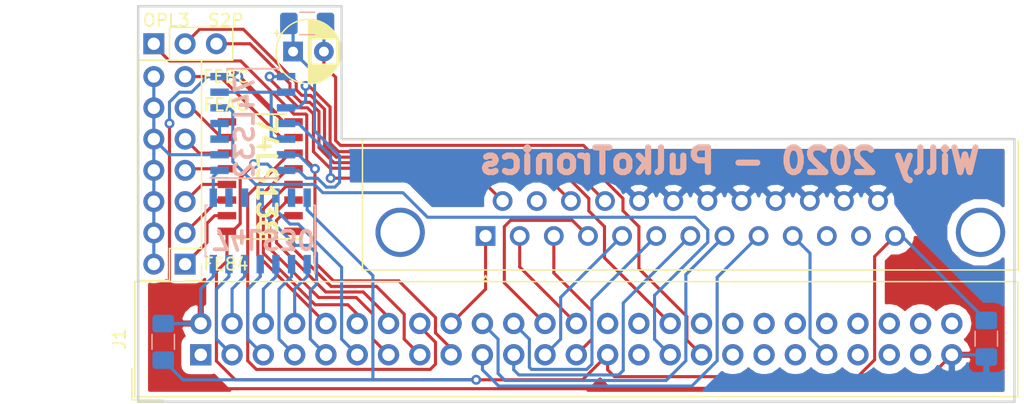
<source format=kicad_pcb>
(kicad_pcb (version 20171130) (host pcbnew 5.0.2+dfsg1-1)

  (general
    (thickness 1.6)
    (drawings 17)
    (tracks 387)
    (zones 0)
    (modules 11)
    (nets 45)
  )

  (page A4)
  (layers
    (0 F.Cu signal)
    (31 B.Cu signal)
    (32 B.Adhes user hide)
    (33 F.Adhes user)
    (34 B.Paste user hide)
    (35 F.Paste user hide)
    (36 B.SilkS user)
    (37 F.SilkS user)
    (38 B.Mask user hide)
    (39 F.Mask user hide)
    (40 Dwgs.User user hide)
    (41 Cmts.User user)
    (42 Eco1.User user hide)
    (43 Eco2.User user hide)
    (44 Edge.Cuts user)
    (45 Margin user)
    (46 B.CrtYd user hide)
    (47 F.CrtYd user hide)
    (48 B.Fab user hide)
    (49 F.Fab user hide)
  )

  (setup
    (last_trace_width 0.25)
    (trace_clearance 0.2)
    (zone_clearance 0.7)
    (zone_45_only no)
    (trace_min 0.2)
    (segment_width 0.2)
    (edge_width 0.2)
    (via_size 0.8)
    (via_drill 0.4)
    (via_min_size 0.4)
    (via_min_drill 0.3)
    (uvia_size 0.3)
    (uvia_drill 0.1)
    (uvias_allowed no)
    (uvia_min_size 0.2)
    (uvia_min_drill 0.1)
    (pcb_text_width 0.3)
    (pcb_text_size 1.5 1.5)
    (mod_edge_width 0.15)
    (mod_text_size 1 1)
    (mod_text_width 0.15)
    (pad_size 1.524 1.524)
    (pad_drill 0.762)
    (pad_to_mask_clearance 0.051)
    (solder_mask_min_width 0.25)
    (aux_axis_origin 0 0)
    (visible_elements FFFFFF7F)
    (pcbplotparams
      (layerselection 0x010fc_ffffffff)
      (usegerberextensions false)
      (usegerberattributes false)
      (usegerberadvancedattributes false)
      (creategerberjobfile false)
      (excludeedgelayer true)
      (linewidth 0.100000)
      (plotframeref false)
      (viasonmask false)
      (mode 1)
      (useauxorigin false)
      (hpglpennumber 1)
      (hpglpenspeed 20)
      (hpglpendiameter 15.000000)
      (psnegative false)
      (psa4output false)
      (plotreference true)
      (plotvalue true)
      (plotinvisibletext false)
      (padsonsilk false)
      (subtractmaskfromsilk false)
      (outputformat 1)
      (mirror false)
      (drillshape 1)
      (scaleselection 1)
      (outputdirectory ""))
  )

  (net 0 "")
  (net 1 VCC)
  (net 2 GND)
  (net 3 /A15)
  (net 4 /A14)
  (net 5 /A13)
  (net 6 /A12)
  (net 7 /A11)
  (net 8 /A10)
  (net 9 /A9)
  (net 10 /A8)
  (net 11 /A7)
  (net 12 /A6)
  (net 13 /A5)
  (net 14 /A4)
  (net 15 /A3)
  (net 16 /A2)
  (net 17 /A1)
  (net 18 /A0)
  (net 19 /D7)
  (net 20 /D6)
  (net 21 /D5)
  (net 22 /D4)
  (net 23 /D3)
  (net 24 /D2)
  (net 25 /D1)
  (net 26 /D0)
  (net 27 /!IORQ)
  (net 28 /!RD)
  (net 29 /!WR)
  (net 30 /FE84-87)
  (net 31 "Net-(J2-Pad10)")
  (net 32 /FE8C-8F)
  (net 33 /FE94-97)
  (net 34 /FE9C-9F)
  (net 35 /FEA4-A7)
  (net 36 /FEAC-AF)
  (net 37 /FEBC-BF)
  (net 38 "Net-(J3-Pad17)")
  (net 39 /!WRCS)
  (net 40 /!CS)
  (net 41 "Net-(U1-Pad8)")
  (net 42 "Net-(U3-Pad3)")
  (net 43 /!RESET)
  (net 44 /CSA1)

  (net_class Default "Ceci est la Netclass par défaut."
    (clearance 0.2)
    (trace_width 0.25)
    (via_dia 0.8)
    (via_drill 0.4)
    (uvia_dia 0.3)
    (uvia_drill 0.1)
    (add_net /!CS)
    (add_net /!IORQ)
    (add_net /!RD)
    (add_net /!RESET)
    (add_net /!WR)
    (add_net /!WRCS)
    (add_net /A0)
    (add_net /A1)
    (add_net /A10)
    (add_net /A11)
    (add_net /A12)
    (add_net /A13)
    (add_net /A14)
    (add_net /A15)
    (add_net /A2)
    (add_net /A3)
    (add_net /A4)
    (add_net /A5)
    (add_net /A6)
    (add_net /A7)
    (add_net /A8)
    (add_net /A9)
    (add_net /CSA1)
    (add_net /D0)
    (add_net /D1)
    (add_net /D2)
    (add_net /D3)
    (add_net /D4)
    (add_net /D5)
    (add_net /D6)
    (add_net /D7)
    (add_net /FE84-87)
    (add_net /FE8C-8F)
    (add_net /FE94-97)
    (add_net /FE9C-9F)
    (add_net /FEA4-A7)
    (add_net /FEAC-AF)
    (add_net /FEBC-BF)
    (add_net GND)
    (add_net "Net-(J2-Pad10)")
    (add_net "Net-(J3-Pad17)")
    (add_net "Net-(U1-Pad8)")
    (add_net "Net-(U3-Pad3)")
    (add_net VCC)
  )

  (net_class Power ""
    (clearance 0.2)
    (trace_width 0.3302)
    (via_dia 0.8)
    (via_drill 0.4)
    (uvia_dia 0.3)
    (uvia_drill 0.1)
  )

  (module Package_SO:SOIC-14_3.9x8.7mm_P1.27mm (layer B.Cu) (tedit 5E9A1025) (tstamp 5EA6C53C)
    (at 24.29 37.846)
    (descr "14-Lead Plastic Small Outline (SL) - Narrow, 3.90 mm Body [SOIC] (see Microchip Packaging Specification 00000049BS.pdf)")
    (tags "SOIC 1.27")
    (path /5E9B1571)
    (attr smd)
    (fp_text reference U3 (at 0 5.375) (layer Eco2.User)
      (effects (font (size 1 1) (thickness 0.15)))
    )
    (fp_text value 74LS32 (at 0 -5.375) (layer B.Fab)
      (effects (font (size 1 1) (thickness 0.15)) (justify mirror))
    )
    (fp_text user %R (at 0 0) (layer B.Fab)
      (effects (font (size 0.9 0.9) (thickness 0.135)) (justify mirror))
    )
    (fp_line (start -0.95 4.35) (end 1.95 4.35) (layer B.Fab) (width 0.15))
    (fp_line (start 1.95 4.35) (end 1.95 -4.35) (layer B.Fab) (width 0.15))
    (fp_line (start 1.95 -4.35) (end -1.95 -4.35) (layer B.Fab) (width 0.15))
    (fp_line (start -1.95 -4.35) (end -1.95 3.35) (layer B.Fab) (width 0.15))
    (fp_line (start -1.95 3.35) (end -0.95 4.35) (layer B.Fab) (width 0.15))
    (fp_line (start -3.7 4.65) (end -3.7 -4.65) (layer B.CrtYd) (width 0.05))
    (fp_line (start 3.7 4.65) (end 3.7 -4.65) (layer B.CrtYd) (width 0.05))
    (fp_line (start -3.7 4.65) (end 3.7 4.65) (layer B.CrtYd) (width 0.05))
    (fp_line (start -3.7 -4.65) (end 3.7 -4.65) (layer B.CrtYd) (width 0.05))
    (fp_line (start -2.075 4.45) (end -2.075 4.425) (layer B.SilkS) (width 0.15))
    (fp_line (start 2.075 4.45) (end 2.075 4.335) (layer B.SilkS) (width 0.15))
    (fp_line (start 2.075 -4.45) (end 2.075 -4.335) (layer B.SilkS) (width 0.15))
    (fp_line (start -2.075 -4.45) (end -2.075 -4.335) (layer B.SilkS) (width 0.15))
    (fp_line (start -2.075 4.45) (end 2.075 4.45) (layer B.SilkS) (width 0.15))
    (fp_line (start -2.075 -4.45) (end 2.075 -4.45) (layer B.SilkS) (width 0.15))
    (fp_line (start -2.075 4.425) (end -3.45 4.425) (layer B.SilkS) (width 0.15))
    (pad 1 smd rect (at -2.7 3.81) (size 1.5 0.6) (layers B.Cu B.Paste B.Mask)
      (net 41 "Net-(U1-Pad8)"))
    (pad 2 smd rect (at -2.7 2.54) (size 1.5 0.6) (layers B.Cu B.Paste B.Mask)
      (net 31 "Net-(J2-Pad10)"))
    (pad 3 smd rect (at -2.7 1.27) (size 1.5 0.6) (layers B.Cu B.Paste B.Mask)
      (net 42 "Net-(U3-Pad3)"))
    (pad 4 smd rect (at -2.7 0) (size 1.5 0.6) (layers B.Cu B.Paste B.Mask)
      (net 42 "Net-(U3-Pad3)"))
    (pad 5 smd rect (at -2.7 -1.27) (size 1.5 0.6) (layers B.Cu B.Paste B.Mask)
      (net 27 /!IORQ))
    (pad 6 smd rect (at -2.7 -2.54) (size 1.5 0.6) (layers B.Cu B.Paste B.Mask)
      (net 40 /!CS))
    (pad 7 smd rect (at -2.7 -3.81) (size 1.5 0.6) (layers B.Cu B.Paste B.Mask)
      (net 2 GND))
    (pad 8 smd rect (at 2.7 -3.81) (size 1.5 0.6) (layers B.Cu B.Paste B.Mask)
      (net 39 /!WRCS))
    (pad 9 smd rect (at 2.7 -2.54) (size 1.5 0.6) (layers B.Cu B.Paste B.Mask)
      (net 40 /!CS))
    (pad 10 smd rect (at 2.7 -1.27) (size 1.5 0.6) (layers B.Cu B.Paste B.Mask)
      (net 29 /!WR))
    (pad 11 smd rect (at 2.7 0) (size 1.5 0.6) (layers B.Cu B.Paste B.Mask)
      (net 44 /CSA1))
    (pad 12 smd rect (at 2.7 1.27) (size 1.5 0.6) (layers B.Cu B.Paste B.Mask)
      (net 40 /!CS))
    (pad 13 smd rect (at 2.7 2.54) (size 1.5 0.6) (layers B.Cu B.Paste B.Mask)
      (net 17 /A1))
    (pad 14 smd rect (at 2.7 3.81) (size 1.5 0.6) (layers B.Cu B.Paste B.Mask)
      (net 1 VCC))
    (model ${KISYS3DMOD}/Package_SO.3dshapes/SOIC-14_3.9x8.7mm_P1.27mm.wrl
      (at (xyz 0 0 0))
      (scale (xyz 1 1 1))
      (rotate (xyz 0 0 0))
    )
  )

  (module Connector_Dsub:DSUB-25_Female_Horizontal_P2.77x2.84mm_EdgePinOffset4.94mm_Housed_MountingHolesOffset7.48mm (layer F.Cu) (tedit 5E9C91FB) (tstamp 5EABC526)
    (at 43.18 46.99 180)
    (descr "25-pin D-Sub connector, horizontal/angled (90 deg), THT-mount, female, pitch 2.77x2.84mm, pin-PCB-offset 4.9399999999999995mm, distance of mounting holes 47.1mm, distance of mounting holes to PCB edge 7.4799999999999995mm, see https://disti-assets.s3.amazonaws.com/tonar/files/datasheets/16730.pdf")
    (tags "25-pin D-Sub connector horizontal angled 90deg THT female pitch 2.77x2.84mm pin-PCB-offset 4.9399999999999995mm mounting-holes-distance 47.1mm mounting-hole-offset 47.1mm")
    (path /5E9CE636)
    (fp_text reference J3 (at -16.62 -3.7 180) (layer F.SilkS) hide
      (effects (font (size 1 1) (thickness 0.15)))
    )
    (fp_text value DB25_Female (at -16.62 15.85 180) (layer F.Fab)
      (effects (font (size 1 1) (thickness 0.15)))
    )
    (fp_arc (start -40.17 0.3) (end -41.77 0.3) (angle 180) (layer F.Fab) (width 0.1))
    (fp_arc (start 6.93 0.3) (end 5.33 0.3) (angle 180) (layer F.Fab) (width 0.1))
    (fp_line (start -43.17 -2.7) (end -43.17 7.78) (layer F.Fab) (width 0.1))
    (fp_line (start -43.17 7.78) (end 9.93 7.78) (layer F.Fab) (width 0.1))
    (fp_line (start 9.93 7.78) (end 9.93 -2.7) (layer F.Fab) (width 0.1))
    (fp_line (start 9.93 -2.7) (end -43.17 -2.7) (layer F.Fab) (width 0.1))
    (fp_line (start -43.17 7.78) (end -43.17 8.18) (layer F.Fab) (width 0.1))
    (fp_line (start -43.17 8.18) (end 9.93 8.18) (layer F.Fab) (width 0.1))
    (fp_line (start 9.93 8.18) (end 9.93 7.78) (layer F.Fab) (width 0.1))
    (fp_line (start 9.93 7.78) (end -43.17 7.78) (layer F.Fab) (width 0.1))
    (fp_line (start -35.77 8.18) (end -35.77 14.35) (layer F.Fab) (width 0.1))
    (fp_line (start -35.77 14.35) (end 2.53 14.35) (layer F.Fab) (width 0.1))
    (fp_line (start 2.53 14.35) (end 2.53 8.18) (layer F.Fab) (width 0.1))
    (fp_line (start 2.53 8.18) (end -35.77 8.18) (layer F.Fab) (width 0.1))
    (fp_line (start -42.67 8.18) (end -42.67 13.18) (layer F.Fab) (width 0.1))
    (fp_line (start -42.67 13.18) (end -37.67 13.18) (layer F.Fab) (width 0.1))
    (fp_line (start -37.67 13.18) (end -37.67 8.18) (layer F.Fab) (width 0.1))
    (fp_line (start -37.67 8.18) (end -42.67 8.18) (layer F.Fab) (width 0.1))
    (fp_line (start 4.43 8.18) (end 4.43 13.18) (layer F.Fab) (width 0.1))
    (fp_line (start 4.43 13.18) (end 9.43 13.18) (layer F.Fab) (width 0.1))
    (fp_line (start 9.43 13.18) (end 9.43 8.18) (layer F.Fab) (width 0.1))
    (fp_line (start 9.43 8.18) (end 4.43 8.18) (layer F.Fab) (width 0.1))
    (fp_line (start -41.77 7.78) (end -41.77 0.3) (layer F.Fab) (width 0.1))
    (fp_line (start -38.57 7.78) (end -38.57 0.3) (layer F.Fab) (width 0.1))
    (fp_line (start 5.33 7.78) (end 5.33 0.3) (layer F.Fab) (width 0.1))
    (fp_line (start 8.53 7.78) (end 8.53 0.3) (layer F.Fab) (width 0.1))
    (fp_line (start -43.23 7.72) (end -43.23 -2.76) (layer F.SilkS) (width 0.12))
    (fp_line (start -43.23 -2.76) (end 9.99 -2.76) (layer F.SilkS) (width 0.12))
    (fp_line (start 9.99 -2.76) (end 9.99 7.72) (layer F.SilkS) (width 0.12))
    (fp_line (start -0.25 -3.654338) (end 0.25 -3.654338) (layer F.SilkS) (width 0.12))
    (fp_line (start 0.25 -3.654338) (end 0 -3.221325) (layer F.SilkS) (width 0.12))
    (fp_line (start 0 -3.221325) (end -0.25 -3.654338) (layer F.SilkS) (width 0.12))
    (fp_line (start -43.7 -3.25) (end -43.7 14.85) (layer F.CrtYd) (width 0.05))
    (fp_line (start -43.7 14.85) (end 10.45 14.85) (layer F.CrtYd) (width 0.05))
    (fp_line (start 10.45 14.85) (end 10.45 -3.25) (layer F.CrtYd) (width 0.05))
    (fp_line (start 10.45 -3.25) (end -43.7 -3.25) (layer F.CrtYd) (width 0.05))
    (fp_text user %R (at -16.62 11.265 180) (layer F.Fab)
      (effects (font (size 1 1) (thickness 0.15)))
    )
    (pad 1 thru_hole rect (at 0 0 180) (size 1.6 1.6) (drill 1) (layers *.Cu *.Mask)
      (net 18 /A0))
    (pad 2 thru_hole circle (at -2.77 0 180) (size 1.6 1.6) (drill 1) (layers *.Cu *.Mask)
      (net 26 /D0))
    (pad 3 thru_hole circle (at -5.54 0 180) (size 1.6 1.6) (drill 1) (layers *.Cu *.Mask)
      (net 25 /D1))
    (pad 4 thru_hole circle (at -8.31 0 180) (size 1.6 1.6) (drill 1) (layers *.Cu *.Mask)
      (net 24 /D2))
    (pad 5 thru_hole circle (at -11.08 0 180) (size 1.6 1.6) (drill 1) (layers *.Cu *.Mask)
      (net 23 /D3))
    (pad 6 thru_hole circle (at -13.85 0 180) (size 1.6 1.6) (drill 1) (layers *.Cu *.Mask)
      (net 22 /D4))
    (pad 7 thru_hole circle (at -16.62 0 180) (size 1.6 1.6) (drill 1) (layers *.Cu *.Mask)
      (net 21 /D5))
    (pad 8 thru_hole circle (at -19.39 0 180) (size 1.6 1.6) (drill 1) (layers *.Cu *.Mask)
      (net 20 /D6))
    (pad 9 thru_hole circle (at -22.16 0 180) (size 1.6 1.6) (drill 1) (layers *.Cu *.Mask)
      (net 19 /D7))
    (pad 10 thru_hole circle (at -24.93 0 180) (size 1.6 1.6) (drill 1) (layers *.Cu *.Mask)
      (net 43 /!RESET))
    (pad 11 thru_hole circle (at -27.7 0 180) (size 1.6 1.6) (drill 1) (layers *.Cu *.Mask))
    (pad 12 thru_hole circle (at -30.47 0 180) (size 1.6 1.6) (drill 1) (layers *.Cu *.Mask))
    (pad 13 thru_hole circle (at -33.24 0 180) (size 1.6 1.6) (drill 1) (layers *.Cu *.Mask)
      (net 1 VCC))
    (pad 14 thru_hole circle (at -1.385 2.84 180) (size 1.6 1.6) (drill 1) (layers *.Cu *.Mask)
      (net 44 /CSA1))
    (pad 15 thru_hole circle (at -4.155 2.84 180) (size 1.6 1.6) (drill 1) (layers *.Cu *.Mask))
    (pad 16 thru_hole circle (at -6.925 2.84 180) (size 1.6 1.6) (drill 1) (layers *.Cu *.Mask)
      (net 39 /!WRCS))
    (pad 17 thru_hole circle (at -9.695 2.84 180) (size 1.6 1.6) (drill 1) (layers *.Cu *.Mask)
      (net 38 "Net-(J3-Pad17)"))
    (pad 18 thru_hole circle (at -12.465 2.84 180) (size 1.6 1.6) (drill 1) (layers *.Cu *.Mask)
      (net 2 GND))
    (pad 19 thru_hole circle (at -15.235 2.84 180) (size 1.6 1.6) (drill 1) (layers *.Cu *.Mask)
      (net 2 GND))
    (pad 20 thru_hole circle (at -18.005 2.84 180) (size 1.6 1.6) (drill 1) (layers *.Cu *.Mask)
      (net 2 GND))
    (pad 21 thru_hole circle (at -20.775 2.84 180) (size 1.6 1.6) (drill 1) (layers *.Cu *.Mask)
      (net 2 GND))
    (pad 22 thru_hole circle (at -23.545 2.84 180) (size 1.6 1.6) (drill 1) (layers *.Cu *.Mask)
      (net 2 GND))
    (pad 23 thru_hole circle (at -26.315 2.84 180) (size 1.6 1.6) (drill 1) (layers *.Cu *.Mask)
      (net 2 GND))
    (pad 24 thru_hole circle (at -29.085 2.84 180) (size 1.6 1.6) (drill 1) (layers *.Cu *.Mask)
      (net 2 GND))
    (pad 25 thru_hole circle (at -31.855 2.84 180) (size 1.6 1.6) (drill 1) (layers *.Cu *.Mask)
      (net 2 GND))
    (pad 0 thru_hole circle (at -40.17 0.3 180) (size 4 4) (drill 3.2) (layers *.Cu *.Mask))
    (pad 0 thru_hole circle (at 6.93 0.3 180) (size 4 4) (drill 3.2) (layers *.Cu *.Mask))
    (model ${KISYS3DMOD}/Connector_Dsub.3dshapes/DSUB-25_Female_Horizontal_P2.77x2.84mm_EdgePinOffset4.94mm_Housed_MountingHolesOffset7.48mm.wrl
      (at (xyz 0 0 0))
      (scale (xyz 1 1 1))
      (rotate (xyz 0 0 0))
    )
  )

  (module Capacitor_SMD:C_1206_3216Metric_Pad1.42x1.75mm_HandSolder (layer B.Cu) (tedit 5E9C6BF4) (tstamp 5EA6C590)
    (at 28.702 29.718)
    (descr "Capacitor SMD 1206 (3216 Metric), square (rectangular) end terminal, IPC_7351 nominal with elongated pad for handsoldering. (Body size source: http://www.tortai-tech.com/upload/download/2011102023233369053.pdf), generated with kicad-footprint-generator")
    (tags "capacitor handsolder")
    (path /5E9C50DD)
    (attr smd)
    (fp_text reference C1 (at 0 6.35) (layer B.SilkS) hide
      (effects (font (size 1 1) (thickness 0.15)) (justify mirror))
    )
    (fp_text value C (at 0 -1.82) (layer B.Fab)
      (effects (font (size 1 1) (thickness 0.15)) (justify mirror))
    )
    (fp_text user %R (at 0 0) (layer B.Fab)
      (effects (font (size 0.8 0.8) (thickness 0.12)) (justify mirror))
    )
    (fp_line (start 2.45 -1.12) (end -2.45 -1.12) (layer B.CrtYd) (width 0.05))
    (fp_line (start 2.45 1.12) (end 2.45 -1.12) (layer B.CrtYd) (width 0.05))
    (fp_line (start -2.45 1.12) (end 2.45 1.12) (layer B.CrtYd) (width 0.05))
    (fp_line (start -2.45 -1.12) (end -2.45 1.12) (layer B.CrtYd) (width 0.05))
    (fp_line (start -0.602064 -0.91) (end 0.602064 -0.91) (layer B.SilkS) (width 0.12))
    (fp_line (start -0.602064 0.91) (end 0.602064 0.91) (layer B.SilkS) (width 0.12))
    (fp_line (start 1.6 -0.8) (end -1.6 -0.8) (layer B.Fab) (width 0.1))
    (fp_line (start 1.6 0.8) (end 1.6 -0.8) (layer B.Fab) (width 0.1))
    (fp_line (start -1.6 0.8) (end 1.6 0.8) (layer B.Fab) (width 0.1))
    (fp_line (start -1.6 -0.8) (end -1.6 0.8) (layer B.Fab) (width 0.1))
    (pad 2 smd roundrect (at 1.4875 0) (size 1.425 1.75) (layers B.Cu B.Paste B.Mask) (roundrect_rratio 0.175439)
      (net 2 GND))
    (pad 1 smd roundrect (at -1.4875 0) (size 1.425 1.75) (layers B.Cu B.Paste B.Mask) (roundrect_rratio 0.175439)
      (net 1 VCC))
    (model ${KISYS3DMOD}/Capacitor_SMD.3dshapes/C_1206_3216Metric.wrl
      (at (xyz 0 0 0))
      (scale (xyz 1 1 1))
      (rotate (xyz 0 0 0))
    )
  )

  (module Connector_PinHeader_2.54mm:PinHeader_1x03_P2.54mm_Vertical (layer F.Cu) (tedit 5E9A1014) (tstamp 5EA6C4EE)
    (at 16.256 31.369 90)
    (descr "Through hole straight pin header, 1x03, 2.54mm pitch, single row")
    (tags "Through hole pin header THT 1x03 2.54mm single row")
    (path /5EA0F97B)
    (fp_text reference JP3 (at 0 -2.33 90) (layer Eco2.User)
      (effects (font (size 1 1) (thickness 0.15)))
    )
    (fp_text value Jumper_3_Open (at 0 7.41 90) (layer F.Fab)
      (effects (font (size 1 1) (thickness 0.15)))
    )
    (fp_text user %R (at 0 2.54 180) (layer F.Fab)
      (effects (font (size 1 1) (thickness 0.15)))
    )
    (fp_line (start 1.8 -1.8) (end -1.8 -1.8) (layer F.CrtYd) (width 0.05))
    (fp_line (start 1.8 6.85) (end 1.8 -1.8) (layer F.CrtYd) (width 0.05))
    (fp_line (start -1.8 6.85) (end 1.8 6.85) (layer F.CrtYd) (width 0.05))
    (fp_line (start -1.8 -1.8) (end -1.8 6.85) (layer F.CrtYd) (width 0.05))
    (fp_line (start -1.33 -1.33) (end 0 -1.33) (layer F.SilkS) (width 0.12))
    (fp_line (start -1.33 0) (end -1.33 -1.33) (layer F.SilkS) (width 0.12))
    (fp_line (start -1.33 1.27) (end 1.33 1.27) (layer F.SilkS) (width 0.12))
    (fp_line (start 1.33 1.27) (end 1.33 6.41) (layer F.SilkS) (width 0.12))
    (fp_line (start -1.33 1.27) (end -1.33 6.41) (layer F.SilkS) (width 0.12))
    (fp_line (start -1.33 6.41) (end 1.33 6.41) (layer F.SilkS) (width 0.12))
    (fp_line (start -1.27 -0.635) (end -0.635 -1.27) (layer F.Fab) (width 0.1))
    (fp_line (start -1.27 6.35) (end -1.27 -0.635) (layer F.Fab) (width 0.1))
    (fp_line (start 1.27 6.35) (end -1.27 6.35) (layer F.Fab) (width 0.1))
    (fp_line (start 1.27 -1.27) (end 1.27 6.35) (layer F.Fab) (width 0.1))
    (fp_line (start -0.635 -1.27) (end 1.27 -1.27) (layer F.Fab) (width 0.1))
    (pad 3 thru_hole oval (at 0 5.08 90) (size 1.7 1.7) (drill 1) (layers *.Cu *.Mask)
      (net 28 /!RD))
    (pad 2 thru_hole oval (at 0 2.54 90) (size 1.7 1.7) (drill 1) (layers *.Cu *.Mask)
      (net 38 "Net-(J3-Pad17)"))
    (pad 1 thru_hole rect (at 0 0 90) (size 1.7 1.7) (drill 1) (layers *.Cu *.Mask)
      (net 17 /A1))
    (model ${KISYS3DMOD}/Connector_PinHeader_2.54mm.3dshapes/PinHeader_1x03_P2.54mm_Vertical.wrl
      (at (xyz 0 0 0))
      (scale (xyz 1 1 1))
      (rotate (xyz 0 0 0))
    )
  )

  (module Connector_IDC:IDC-Header_2x25_P2.54mm_Vertical (layer F.Cu) (tedit 59DE12FA) (tstamp 5EA68981)
    (at 20.066 56.642 90)
    (descr "Through hole straight IDC box header, 2x25, 2.54mm pitch, double rows")
    (tags "Through hole IDC box header THT 2x25 2.54mm double row")
    (path /5E9B1AFB)
    (fp_text reference J1 (at 1.27 -6.604 90) (layer F.SilkS)
      (effects (font (size 1 1) (thickness 0.15)))
    )
    (fp_text value Conn_02x25_Odd_Even (at 1.27 67.564 90) (layer F.Fab)
      (effects (font (size 1 1) (thickness 0.15)))
    )
    (fp_text user %R (at 1.27 30.48 180) (layer F.Fab)
      (effects (font (size 1 1) (thickness 0.15)))
    )
    (fp_line (start 5.695 -5.1) (end 5.695 66.06) (layer F.Fab) (width 0.1))
    (fp_line (start 5.145 -4.56) (end 5.145 65.5) (layer F.Fab) (width 0.1))
    (fp_line (start -3.155 -5.1) (end -3.155 66.06) (layer F.Fab) (width 0.1))
    (fp_line (start -2.605 -4.56) (end -2.605 28.23) (layer F.Fab) (width 0.1))
    (fp_line (start -2.605 32.73) (end -2.605 65.5) (layer F.Fab) (width 0.1))
    (fp_line (start -2.605 28.23) (end -3.155 28.23) (layer F.Fab) (width 0.1))
    (fp_line (start -2.605 32.73) (end -3.155 32.73) (layer F.Fab) (width 0.1))
    (fp_line (start 5.695 -5.1) (end -3.155 -5.1) (layer F.Fab) (width 0.1))
    (fp_line (start 5.145 -4.56) (end -2.605 -4.56) (layer F.Fab) (width 0.1))
    (fp_line (start 5.695 66.06) (end -3.155 66.06) (layer F.Fab) (width 0.1))
    (fp_line (start 5.145 65.5) (end -2.605 65.5) (layer F.Fab) (width 0.1))
    (fp_line (start 5.695 -5.1) (end 5.145 -4.56) (layer F.Fab) (width 0.1))
    (fp_line (start 5.695 66.06) (end 5.145 65.5) (layer F.Fab) (width 0.1))
    (fp_line (start -3.155 -5.1) (end -2.605 -4.56) (layer F.Fab) (width 0.1))
    (fp_line (start -3.155 66.06) (end -2.605 65.5) (layer F.Fab) (width 0.1))
    (fp_line (start 5.95 -5.35) (end 5.95 66.31) (layer F.CrtYd) (width 0.05))
    (fp_line (start 5.95 66.31) (end -3.41 66.31) (layer F.CrtYd) (width 0.05))
    (fp_line (start -3.41 66.31) (end -3.41 -5.35) (layer F.CrtYd) (width 0.05))
    (fp_line (start -3.41 -5.35) (end 5.95 -5.35) (layer F.CrtYd) (width 0.05))
    (fp_line (start 5.945 -5.35) (end 5.945 66.31) (layer F.SilkS) (width 0.12))
    (fp_line (start 5.945 66.31) (end -3.405 66.31) (layer F.SilkS) (width 0.12))
    (fp_line (start -3.405 66.31) (end -3.405 -5.35) (layer F.SilkS) (width 0.12))
    (fp_line (start -3.405 -5.35) (end 5.945 -5.35) (layer F.SilkS) (width 0.12))
    (fp_line (start -3.655 -5.6) (end -3.655 -3.06) (layer F.SilkS) (width 0.12))
    (fp_line (start -3.655 -5.6) (end -1.115 -5.6) (layer F.SilkS) (width 0.12))
    (pad 1 thru_hole rect (at 0 0 90) (size 1.7272 1.7272) (drill 1.016) (layers *.Cu *.Mask))
    (pad 2 thru_hole oval (at 2.54 0 90) (size 1.7272 1.7272) (drill 1.016) (layers *.Cu *.Mask)
      (net 2 GND))
    (pad 3 thru_hole oval (at 0 2.54 90) (size 1.7272 1.7272) (drill 1.016) (layers *.Cu *.Mask)
      (net 3 /A15))
    (pad 4 thru_hole oval (at 2.54 2.54 90) (size 1.7272 1.7272) (drill 1.016) (layers *.Cu *.Mask)
      (net 4 /A14))
    (pad 5 thru_hole oval (at 0 5.08 90) (size 1.7272 1.7272) (drill 1.016) (layers *.Cu *.Mask)
      (net 5 /A13))
    (pad 6 thru_hole oval (at 2.54 5.08 90) (size 1.7272 1.7272) (drill 1.016) (layers *.Cu *.Mask)
      (net 6 /A12))
    (pad 7 thru_hole oval (at 0 7.62 90) (size 1.7272 1.7272) (drill 1.016) (layers *.Cu *.Mask)
      (net 7 /A11))
    (pad 8 thru_hole oval (at 2.54 7.62 90) (size 1.7272 1.7272) (drill 1.016) (layers *.Cu *.Mask)
      (net 8 /A10))
    (pad 9 thru_hole oval (at 0 10.16 90) (size 1.7272 1.7272) (drill 1.016) (layers *.Cu *.Mask)
      (net 9 /A9))
    (pad 10 thru_hole oval (at 2.54 10.16 90) (size 1.7272 1.7272) (drill 1.016) (layers *.Cu *.Mask)
      (net 10 /A8))
    (pad 11 thru_hole oval (at 0 12.7 90) (size 1.7272 1.7272) (drill 1.016) (layers *.Cu *.Mask)
      (net 11 /A7))
    (pad 12 thru_hole oval (at 2.54 12.7 90) (size 1.7272 1.7272) (drill 1.016) (layers *.Cu *.Mask)
      (net 12 /A6))
    (pad 13 thru_hole oval (at 0 15.24 90) (size 1.7272 1.7272) (drill 1.016) (layers *.Cu *.Mask)
      (net 13 /A5))
    (pad 14 thru_hole oval (at 2.54 15.24 90) (size 1.7272 1.7272) (drill 1.016) (layers *.Cu *.Mask)
      (net 14 /A4))
    (pad 15 thru_hole oval (at 0 17.78 90) (size 1.7272 1.7272) (drill 1.016) (layers *.Cu *.Mask)
      (net 15 /A3))
    (pad 16 thru_hole oval (at 2.54 17.78 90) (size 1.7272 1.7272) (drill 1.016) (layers *.Cu *.Mask)
      (net 16 /A2))
    (pad 17 thru_hole oval (at 0 20.32 90) (size 1.7272 1.7272) (drill 1.016) (layers *.Cu *.Mask)
      (net 17 /A1))
    (pad 18 thru_hole oval (at 2.54 20.32 90) (size 1.7272 1.7272) (drill 1.016) (layers *.Cu *.Mask)
      (net 18 /A0))
    (pad 19 thru_hole oval (at 0 22.86 90) (size 1.7272 1.7272) (drill 1.016) (layers *.Cu *.Mask)
      (net 19 /D7))
    (pad 20 thru_hole oval (at 2.54 22.86 90) (size 1.7272 1.7272) (drill 1.016) (layers *.Cu *.Mask)
      (net 20 /D6))
    (pad 21 thru_hole oval (at 0 25.4 90) (size 1.7272 1.7272) (drill 1.016) (layers *.Cu *.Mask)
      (net 21 /D5))
    (pad 22 thru_hole oval (at 2.54 25.4 90) (size 1.7272 1.7272) (drill 1.016) (layers *.Cu *.Mask)
      (net 22 /D4))
    (pad 23 thru_hole oval (at 0 27.94 90) (size 1.7272 1.7272) (drill 1.016) (layers *.Cu *.Mask)
      (net 23 /D3))
    (pad 24 thru_hole oval (at 2.54 27.94 90) (size 1.7272 1.7272) (drill 1.016) (layers *.Cu *.Mask)
      (net 24 /D2))
    (pad 25 thru_hole oval (at 0 30.48 90) (size 1.7272 1.7272) (drill 1.016) (layers *.Cu *.Mask)
      (net 25 /D1))
    (pad 26 thru_hole oval (at 2.54 30.48 90) (size 1.7272 1.7272) (drill 1.016) (layers *.Cu *.Mask)
      (net 26 /D0))
    (pad 27 thru_hole oval (at 0 33.02 90) (size 1.7272 1.7272) (drill 1.016) (layers *.Cu *.Mask)
      (net 1 VCC))
    (pad 28 thru_hole oval (at 2.54 33.02 90) (size 1.7272 1.7272) (drill 1.016) (layers *.Cu *.Mask))
    (pad 29 thru_hole oval (at 0 35.56 90) (size 1.7272 1.7272) (drill 1.016) (layers *.Cu *.Mask))
    (pad 30 thru_hole oval (at 2.54 35.56 90) (size 1.7272 1.7272) (drill 1.016) (layers *.Cu *.Mask))
    (pad 31 thru_hole oval (at 0 38.1 90) (size 1.7272 1.7272) (drill 1.016) (layers *.Cu *.Mask)
      (net 27 /!IORQ))
    (pad 32 thru_hole oval (at 2.54 38.1 90) (size 1.7272 1.7272) (drill 1.016) (layers *.Cu *.Mask)
      (net 28 /!RD))
    (pad 33 thru_hole oval (at 0 40.64 90) (size 1.7272 1.7272) (drill 1.016) (layers *.Cu *.Mask)
      (net 29 /!WR))
    (pad 34 thru_hole oval (at 2.54 40.64 90) (size 1.7272 1.7272) (drill 1.016) (layers *.Cu *.Mask))
    (pad 35 thru_hole oval (at 0 43.18 90) (size 1.7272 1.7272) (drill 1.016) (layers *.Cu *.Mask))
    (pad 36 thru_hole oval (at 2.54 43.18 90) (size 1.7272 1.7272) (drill 1.016) (layers *.Cu *.Mask))
    (pad 37 thru_hole oval (at 0 45.72 90) (size 1.7272 1.7272) (drill 1.016) (layers *.Cu *.Mask))
    (pad 38 thru_hole oval (at 2.54 45.72 90) (size 1.7272 1.7272) (drill 1.016) (layers *.Cu *.Mask))
    (pad 39 thru_hole oval (at 0 48.26 90) (size 1.7272 1.7272) (drill 1.016) (layers *.Cu *.Mask))
    (pad 40 thru_hole oval (at 2.54 48.26 90) (size 1.7272 1.7272) (drill 1.016) (layers *.Cu *.Mask))
    (pad 41 thru_hole oval (at 0 50.8 90) (size 1.7272 1.7272) (drill 1.016) (layers *.Cu *.Mask)
      (net 43 /!RESET))
    (pad 42 thru_hole oval (at 2.54 50.8 90) (size 1.7272 1.7272) (drill 1.016) (layers *.Cu *.Mask))
    (pad 43 thru_hole oval (at 0 53.34 90) (size 1.7272 1.7272) (drill 1.016) (layers *.Cu *.Mask))
    (pad 44 thru_hole oval (at 2.54 53.34 90) (size 1.7272 1.7272) (drill 1.016) (layers *.Cu *.Mask))
    (pad 45 thru_hole oval (at 0 55.88 90) (size 1.7272 1.7272) (drill 1.016) (layers *.Cu *.Mask))
    (pad 46 thru_hole oval (at 2.54 55.88 90) (size 1.7272 1.7272) (drill 1.016) (layers *.Cu *.Mask))
    (pad 47 thru_hole oval (at 0 58.42 90) (size 1.7272 1.7272) (drill 1.016) (layers *.Cu *.Mask))
    (pad 48 thru_hole oval (at 2.54 58.42 90) (size 1.7272 1.7272) (drill 1.016) (layers *.Cu *.Mask))
    (pad 49 thru_hole oval (at 0 60.96 90) (size 1.7272 1.7272) (drill 1.016) (layers *.Cu *.Mask)
      (net 2 GND))
    (pad 50 thru_hole oval (at 2.54 60.96 90) (size 1.7272 1.7272) (drill 1.016) (layers *.Cu *.Mask))
    (model ${KISYS3DMOD}/Connector_IDC.3dshapes/IDC-Header_2x25_P2.54mm_Vertical.wrl
      (at (xyz 0 0 0))
      (scale (xyz 1 1 1))
      (rotate (xyz 0 0 0))
    )
  )

  (module Package_SO:SOIC-14_3.9x8.7mm_P1.27mm (layer B.Cu) (tedit 5E9C6A1C) (tstamp 5EA9A3A0)
    (at 24.892 46.576 90)
    (descr "14-Lead Plastic Small Outline (SL) - Narrow, 3.90 mm Body [SOIC] (see Microchip Packaging Specification 00000049BS.pdf)")
    (tags "SOIC 1.27")
    (path /5E9B0F9F)
    (attr smd)
    (fp_text reference U1 (at 0 5.375 90) (layer B.SilkS) hide
      (effects (font (size 1 1) (thickness 0.15)) (justify mirror))
    )
    (fp_text value 74LS30 (at 0 -5.375 90) (layer B.Fab)
      (effects (font (size 1 1) (thickness 0.15)) (justify mirror))
    )
    (fp_text user %R (at 0 0 90) (layer B.Fab)
      (effects (font (size 0.9 0.9) (thickness 0.135)) (justify mirror))
    )
    (fp_line (start -0.95 4.35) (end 1.95 4.35) (layer B.Fab) (width 0.15))
    (fp_line (start 1.95 4.35) (end 1.95 -4.35) (layer B.Fab) (width 0.15))
    (fp_line (start 1.95 -4.35) (end -1.95 -4.35) (layer B.Fab) (width 0.15))
    (fp_line (start -1.95 -4.35) (end -1.95 3.35) (layer B.Fab) (width 0.15))
    (fp_line (start -1.95 3.35) (end -0.95 4.35) (layer B.Fab) (width 0.15))
    (fp_line (start -3.7 4.65) (end -3.7 -4.65) (layer B.CrtYd) (width 0.05))
    (fp_line (start 3.7 4.65) (end 3.7 -4.65) (layer B.CrtYd) (width 0.05))
    (fp_line (start -3.7 4.65) (end 3.7 4.65) (layer B.CrtYd) (width 0.05))
    (fp_line (start -3.7 -4.65) (end 3.7 -4.65) (layer B.CrtYd) (width 0.05))
    (fp_line (start -2.075 4.45) (end -2.075 4.425) (layer B.SilkS) (width 0.15))
    (fp_line (start 2.075 4.45) (end 2.075 4.335) (layer B.SilkS) (width 0.15))
    (fp_line (start 2.075 -4.45) (end 2.075 -4.335) (layer B.SilkS) (width 0.15))
    (fp_line (start -2.075 -4.45) (end -2.075 -4.335) (layer B.SilkS) (width 0.15))
    (fp_line (start -2.075 4.45) (end 2.075 4.45) (layer B.SilkS) (width 0.15))
    (fp_line (start -2.075 -4.45) (end 2.075 -4.45) (layer B.SilkS) (width 0.15))
    (fp_line (start -2.075 4.425) (end -3.45 4.425) (layer B.SilkS) (width 0.15))
    (pad 1 smd rect (at -2.7 3.81 90) (size 1.5 0.6) (layers B.Cu B.Paste B.Mask)
      (net 8 /A10))
    (pad 2 smd rect (at -2.7 2.54 90) (size 1.5 0.6) (layers B.Cu B.Paste B.Mask)
      (net 7 /A11))
    (pad 3 smd rect (at -2.7 1.27 90) (size 1.5 0.6) (layers B.Cu B.Paste B.Mask)
      (net 6 /A12))
    (pad 4 smd rect (at -2.7 0 90) (size 1.5 0.6) (layers B.Cu B.Paste B.Mask)
      (net 5 /A13))
    (pad 5 smd rect (at -2.7 -1.27 90) (size 1.5 0.6) (layers B.Cu B.Paste B.Mask)
      (net 4 /A14))
    (pad 6 smd rect (at -2.7 -2.54 90) (size 1.5 0.6) (layers B.Cu B.Paste B.Mask)
      (net 3 /A15))
    (pad 7 smd rect (at -2.7 -3.81 90) (size 1.5 0.6) (layers B.Cu B.Paste B.Mask)
      (net 2 GND))
    (pad 8 smd rect (at 2.7 -3.81 90) (size 1.5 0.6) (layers B.Cu B.Paste B.Mask)
      (net 41 "Net-(U1-Pad8)"))
    (pad 9 smd rect (at 2.7 -2.54 90) (size 1.5 0.6) (layers B.Cu B.Paste B.Mask))
    (pad 10 smd rect (at 2.7 -1.27 90) (size 1.5 0.6) (layers B.Cu B.Paste B.Mask))
    (pad 11 smd rect (at 2.7 0 90) (size 1.5 0.6) (layers B.Cu B.Paste B.Mask)
      (net 9 /A9))
    (pad 12 smd rect (at 2.7 1.27 90) (size 1.5 0.6) (layers B.Cu B.Paste B.Mask)
      (net 11 /A7))
    (pad 13 smd rect (at 2.7 2.54 90) (size 1.5 0.6) (layers B.Cu B.Paste B.Mask))
    (pad 14 smd rect (at 2.7 3.81 90) (size 1.5 0.6) (layers B.Cu B.Paste B.Mask)
      (net 1 VCC))
    (model ${KISYS3DMOD}/Package_SO.3dshapes/SOIC-14_3.9x8.7mm_P1.27mm.wrl
      (at (xyz 0 0 0))
      (scale (xyz 1 1 1))
      (rotate (xyz 0 0 0))
    )
  )

  (module Connector_PinHeader_2.54mm:PinHeader_2x07_P2.54mm_Vertical (layer F.Cu) (tedit 5E9C6A14) (tstamp 5EA63E22)
    (at 18.796 49.276 180)
    (descr "Through hole straight pin header, 2x07, 2.54mm pitch, double rows")
    (tags "Through hole pin header THT 2x07 2.54mm double row")
    (path /5EA261CD)
    (fp_text reference J2 (at 1.27 -2.33 180) (layer F.SilkS) hide
      (effects (font (size 1 1) (thickness 0.15)))
    )
    (fp_text value Conn_02x07_Odd_Even (at 1.27 17.57 180) (layer F.Fab)
      (effects (font (size 1 1) (thickness 0.15)))
    )
    (fp_line (start 0 -1.27) (end 3.81 -1.27) (layer F.Fab) (width 0.1))
    (fp_line (start 3.81 -1.27) (end 3.81 16.51) (layer F.Fab) (width 0.1))
    (fp_line (start 3.81 16.51) (end -1.27 16.51) (layer F.Fab) (width 0.1))
    (fp_line (start -1.27 16.51) (end -1.27 0) (layer F.Fab) (width 0.1))
    (fp_line (start -1.27 0) (end 0 -1.27) (layer F.Fab) (width 0.1))
    (fp_line (start -1.33 16.57) (end 3.87 16.57) (layer F.SilkS) (width 0.12))
    (fp_line (start -1.33 1.27) (end -1.33 16.57) (layer F.SilkS) (width 0.12))
    (fp_line (start 3.87 -1.33) (end 3.87 16.57) (layer F.SilkS) (width 0.12))
    (fp_line (start -1.33 1.27) (end 1.27 1.27) (layer F.SilkS) (width 0.12))
    (fp_line (start 1.27 1.27) (end 1.27 -1.33) (layer F.SilkS) (width 0.12))
    (fp_line (start 1.27 -1.33) (end 3.87 -1.33) (layer F.SilkS) (width 0.12))
    (fp_line (start -1.33 0) (end -1.33 -1.33) (layer F.SilkS) (width 0.12))
    (fp_line (start -1.33 -1.33) (end 0 -1.33) (layer F.SilkS) (width 0.12))
    (fp_line (start -1.8 -1.8) (end -1.8 17.05) (layer F.CrtYd) (width 0.05))
    (fp_line (start -1.8 17.05) (end 4.35 17.05) (layer F.CrtYd) (width 0.05))
    (fp_line (start 4.35 17.05) (end 4.35 -1.8) (layer F.CrtYd) (width 0.05))
    (fp_line (start 4.35 -1.8) (end -1.8 -1.8) (layer F.CrtYd) (width 0.05))
    (fp_text user %R (at 5.08 7.62 270) (layer F.Fab)
      (effects (font (size 1 1) (thickness 0.15)))
    )
    (pad 1 thru_hole rect (at 0 0 180) (size 1.7 1.7) (drill 1) (layers *.Cu *.Mask)
      (net 30 /FE84-87))
    (pad 2 thru_hole oval (at 2.54 0 180) (size 1.7 1.7) (drill 1) (layers *.Cu *.Mask)
      (net 31 "Net-(J2-Pad10)"))
    (pad 3 thru_hole oval (at 0 2.54 180) (size 1.7 1.7) (drill 1) (layers *.Cu *.Mask)
      (net 32 /FE8C-8F))
    (pad 4 thru_hole oval (at 2.54 2.54 180) (size 1.7 1.7) (drill 1) (layers *.Cu *.Mask)
      (net 31 "Net-(J2-Pad10)"))
    (pad 5 thru_hole oval (at 0 5.08 180) (size 1.7 1.7) (drill 1) (layers *.Cu *.Mask)
      (net 33 /FE94-97))
    (pad 6 thru_hole oval (at 2.54 5.08 180) (size 1.7 1.7) (drill 1) (layers *.Cu *.Mask)
      (net 31 "Net-(J2-Pad10)"))
    (pad 7 thru_hole oval (at 0 7.62 180) (size 1.7 1.7) (drill 1) (layers *.Cu *.Mask)
      (net 34 /FE9C-9F))
    (pad 8 thru_hole oval (at 2.54 7.62 180) (size 1.7 1.7) (drill 1) (layers *.Cu *.Mask)
      (net 31 "Net-(J2-Pad10)"))
    (pad 9 thru_hole oval (at 0 10.16 180) (size 1.7 1.7) (drill 1) (layers *.Cu *.Mask)
      (net 35 /FEA4-A7))
    (pad 10 thru_hole oval (at 2.54 10.16 180) (size 1.7 1.7) (drill 1) (layers *.Cu *.Mask)
      (net 31 "Net-(J2-Pad10)"))
    (pad 11 thru_hole oval (at 0 12.7 180) (size 1.7 1.7) (drill 1) (layers *.Cu *.Mask)
      (net 36 /FEAC-AF))
    (pad 12 thru_hole oval (at 2.54 12.7 180) (size 1.7 1.7) (drill 1) (layers *.Cu *.Mask)
      (net 31 "Net-(J2-Pad10)"))
    (pad 13 thru_hole oval (at 0 15.24 180) (size 1.7 1.7) (drill 1) (layers *.Cu *.Mask)
      (net 37 /FEBC-BF))
    (pad 14 thru_hole oval (at 2.54 15.24 180) (size 1.7 1.7) (drill 1) (layers *.Cu *.Mask)
      (net 31 "Net-(J2-Pad10)"))
    (model ${KISYS3DMOD}/Connector_PinHeader_2.54mm.3dshapes/PinHeader_2x07_P2.54mm_Vertical.wrl
      (at (xyz 0 0 0))
      (scale (xyz 1 1 1))
      (rotate (xyz 0 0 0))
    )
  )

  (module Package_SO:SOIC-16_3.9x9.9mm_P1.27mm (layer F.Cu) (tedit 5E9C6BFF) (tstamp 5EA9FC66)
    (at 24.892 42.164 180)
    (descr "16-Lead Plastic Small Outline (SL) - Narrow, 3.90 mm Body [SOIC] (see Microchip Packaging Specification 00000049BS.pdf)")
    (tags "SOIC 1.27")
    (path /5E9B0E7E)
    (attr smd)
    (fp_text reference U2 (at 0 -6 180) (layer F.SilkS) hide
      (effects (font (size 1 1) (thickness 0.15)))
    )
    (fp_text value 74LS138 (at 0 6 180) (layer F.Fab)
      (effects (font (size 1 1) (thickness 0.15)))
    )
    (fp_text user %R (at 0 0 180) (layer F.Fab)
      (effects (font (size 0.9 0.9) (thickness 0.135)))
    )
    (fp_line (start -0.95 -4.95) (end 1.95 -4.95) (layer F.Fab) (width 0.15))
    (fp_line (start 1.95 -4.95) (end 1.95 4.95) (layer F.Fab) (width 0.15))
    (fp_line (start 1.95 4.95) (end -1.95 4.95) (layer F.Fab) (width 0.15))
    (fp_line (start -1.95 4.95) (end -1.95 -3.95) (layer F.Fab) (width 0.15))
    (fp_line (start -1.95 -3.95) (end -0.95 -4.95) (layer F.Fab) (width 0.15))
    (fp_line (start -3.7 -5.25) (end -3.7 5.25) (layer F.CrtYd) (width 0.05))
    (fp_line (start 3.7 -5.25) (end 3.7 5.25) (layer F.CrtYd) (width 0.05))
    (fp_line (start -3.7 -5.25) (end 3.7 -5.25) (layer F.CrtYd) (width 0.05))
    (fp_line (start -3.7 5.25) (end 3.7 5.25) (layer F.CrtYd) (width 0.05))
    (fp_line (start -2.075 -5.075) (end -2.075 -5.05) (layer F.SilkS) (width 0.15))
    (fp_line (start 2.075 -5.075) (end 2.075 -4.97) (layer F.SilkS) (width 0.15))
    (fp_line (start 2.075 5.075) (end 2.075 4.97) (layer F.SilkS) (width 0.15))
    (fp_line (start -2.075 5.075) (end -2.075 4.97) (layer F.SilkS) (width 0.15))
    (fp_line (start -2.075 -5.075) (end 2.075 -5.075) (layer F.SilkS) (width 0.15))
    (fp_line (start -2.075 5.075) (end 2.075 5.075) (layer F.SilkS) (width 0.15))
    (fp_line (start -2.075 -5.05) (end -3.45 -5.05) (layer F.SilkS) (width 0.15))
    (pad 1 smd rect (at -2.7 -4.445 180) (size 1.5 0.6) (layers F.Cu F.Paste F.Mask)
      (net 15 /A3))
    (pad 2 smd rect (at -2.7 -3.175 180) (size 1.5 0.6) (layers F.Cu F.Paste F.Mask)
      (net 14 /A4))
    (pad 3 smd rect (at -2.7 -1.905 180) (size 1.5 0.6) (layers F.Cu F.Paste F.Mask)
      (net 13 /A5))
    (pad 4 smd rect (at -2.7 -0.635 180) (size 1.5 0.6) (layers F.Cu F.Paste F.Mask)
      (net 12 /A6))
    (pad 5 smd rect (at -2.7 0.635 180) (size 1.5 0.6) (layers F.Cu F.Paste F.Mask)
      (net 10 /A8))
    (pad 6 smd rect (at -2.7 1.905 180) (size 1.5 0.6) (layers F.Cu F.Paste F.Mask)
      (net 16 /A2))
    (pad 7 smd rect (at -2.7 3.175 180) (size 1.5 0.6) (layers F.Cu F.Paste F.Mask)
      (net 37 /FEBC-BF))
    (pad 8 smd rect (at -2.7 4.445 180) (size 1.5 0.6) (layers F.Cu F.Paste F.Mask)
      (net 2 GND))
    (pad 9 smd rect (at 2.7 4.445 180) (size 1.5 0.6) (layers F.Cu F.Paste F.Mask))
    (pad 10 smd rect (at 2.7 3.175 180) (size 1.5 0.6) (layers F.Cu F.Paste F.Mask)
      (net 36 /FEAC-AF))
    (pad 11 smd rect (at 2.7 1.905 180) (size 1.5 0.6) (layers F.Cu F.Paste F.Mask)
      (net 35 /FEA4-A7))
    (pad 12 smd rect (at 2.7 0.635 180) (size 1.5 0.6) (layers F.Cu F.Paste F.Mask)
      (net 34 /FE9C-9F))
    (pad 13 smd rect (at 2.7 -0.635 180) (size 1.5 0.6) (layers F.Cu F.Paste F.Mask)
      (net 33 /FE94-97))
    (pad 14 smd rect (at 2.7 -1.905 180) (size 1.5 0.6) (layers F.Cu F.Paste F.Mask)
      (net 32 /FE8C-8F))
    (pad 15 smd rect (at 2.7 -3.175 180) (size 1.5 0.6) (layers F.Cu F.Paste F.Mask)
      (net 30 /FE84-87))
    (pad 16 smd rect (at 2.7 -4.445 180) (size 1.5 0.6) (layers F.Cu F.Paste F.Mask)
      (net 1 VCC))
    (model ${KISYS3DMOD}/Package_SO.3dshapes/SOIC-16_3.9x9.9mm_P1.27mm.wrl
      (at (xyz 0 0 0))
      (scale (xyz 1 1 1))
      (rotate (xyz 0 0 0))
    )
  )

  (module Capacitor_SMD:C_1206_3216Metric_Pad1.42x1.75mm_HandSolder (layer B.Cu) (tedit 5E9C6BED) (tstamp 5EA6C5C0)
    (at 17.018 55.5895 90)
    (descr "Capacitor SMD 1206 (3216 Metric), square (rectangular) end terminal, IPC_7351 nominal with elongated pad for handsoldering. (Body size source: http://www.tortai-tech.com/upload/download/2011102023233369053.pdf), generated with kicad-footprint-generator")
    (tags "capacitor handsolder")
    (path /5E9C512F)
    (attr smd)
    (fp_text reference C2 (at -1.4875 17.78 90) (layer B.SilkS) hide
      (effects (font (size 1 1) (thickness 0.15)) (justify mirror))
    )
    (fp_text value C (at 0 -1.82 90) (layer B.Fab)
      (effects (font (size 1 1) (thickness 0.15)) (justify mirror))
    )
    (fp_line (start -1.6 -0.8) (end -1.6 0.8) (layer B.Fab) (width 0.1))
    (fp_line (start -1.6 0.8) (end 1.6 0.8) (layer B.Fab) (width 0.1))
    (fp_line (start 1.6 0.8) (end 1.6 -0.8) (layer B.Fab) (width 0.1))
    (fp_line (start 1.6 -0.8) (end -1.6 -0.8) (layer B.Fab) (width 0.1))
    (fp_line (start -0.602064 0.91) (end 0.602064 0.91) (layer B.SilkS) (width 0.12))
    (fp_line (start -0.602064 -0.91) (end 0.602064 -0.91) (layer B.SilkS) (width 0.12))
    (fp_line (start -2.45 -1.12) (end -2.45 1.12) (layer B.CrtYd) (width 0.05))
    (fp_line (start -2.45 1.12) (end 2.45 1.12) (layer B.CrtYd) (width 0.05))
    (fp_line (start 2.45 1.12) (end 2.45 -1.12) (layer B.CrtYd) (width 0.05))
    (fp_line (start 2.45 -1.12) (end -2.45 -1.12) (layer B.CrtYd) (width 0.05))
    (fp_text user %R (at 0 0 90) (layer B.Fab)
      (effects (font (size 0.8 0.8) (thickness 0.12)) (justify mirror))
    )
    (pad 1 smd roundrect (at -1.4875 0 90) (size 1.425 1.75) (layers B.Cu B.Paste B.Mask) (roundrect_rratio 0.175439)
      (net 1 VCC))
    (pad 2 smd roundrect (at 1.4875 0 90) (size 1.425 1.75) (layers B.Cu B.Paste B.Mask) (roundrect_rratio 0.175439)
      (net 2 GND))
    (model ${KISYS3DMOD}/Capacitor_SMD.3dshapes/C_1206_3216Metric.wrl
      (at (xyz 0 0 0))
      (scale (xyz 1 1 1))
      (rotate (xyz 0 0 0))
    )
  )

  (module Capacitor_SMD:C_1206_3216Metric_Pad1.42x1.75mm_HandSolder (layer B.Cu) (tedit 5E9C6BF1) (tstamp 5EA6C884)
    (at 83.82 55.3355 270)
    (descr "Capacitor SMD 1206 (3216 Metric), square (rectangular) end terminal, IPC_7351 nominal with elongated pad for handsoldering. (Body size source: http://www.tortai-tech.com/upload/download/2011102023233369053.pdf), generated with kicad-footprint-generator")
    (tags "capacitor handsolder")
    (path /5E9C515A)
    (attr smd)
    (fp_text reference C3 (at 1.0525 6.35 270) (layer B.SilkS) hide
      (effects (font (size 1 1) (thickness 0.15)) (justify mirror))
    )
    (fp_text value C (at 0 -1.82 270) (layer B.Fab)
      (effects (font (size 1 1) (thickness 0.15)) (justify mirror))
    )
    (fp_text user %R (at 0 0 270) (layer B.Fab)
      (effects (font (size 0.8 0.8) (thickness 0.12)) (justify mirror))
    )
    (fp_line (start 2.45 -1.12) (end -2.45 -1.12) (layer B.CrtYd) (width 0.05))
    (fp_line (start 2.45 1.12) (end 2.45 -1.12) (layer B.CrtYd) (width 0.05))
    (fp_line (start -2.45 1.12) (end 2.45 1.12) (layer B.CrtYd) (width 0.05))
    (fp_line (start -2.45 -1.12) (end -2.45 1.12) (layer B.CrtYd) (width 0.05))
    (fp_line (start -0.602064 -0.91) (end 0.602064 -0.91) (layer B.SilkS) (width 0.12))
    (fp_line (start -0.602064 0.91) (end 0.602064 0.91) (layer B.SilkS) (width 0.12))
    (fp_line (start 1.6 -0.8) (end -1.6 -0.8) (layer B.Fab) (width 0.1))
    (fp_line (start 1.6 0.8) (end 1.6 -0.8) (layer B.Fab) (width 0.1))
    (fp_line (start -1.6 0.8) (end 1.6 0.8) (layer B.Fab) (width 0.1))
    (fp_line (start -1.6 -0.8) (end -1.6 0.8) (layer B.Fab) (width 0.1))
    (pad 2 smd roundrect (at 1.4875 0 270) (size 1.425 1.75) (layers B.Cu B.Paste B.Mask) (roundrect_rratio 0.175439)
      (net 2 GND))
    (pad 1 smd roundrect (at -1.4875 0 270) (size 1.425 1.75) (layers B.Cu B.Paste B.Mask) (roundrect_rratio 0.175439)
      (net 1 VCC))
    (model ${KISYS3DMOD}/Capacitor_SMD.3dshapes/C_1206_3216Metric.wrl
      (at (xyz 0 0 0))
      (scale (xyz 1 1 1))
      (rotate (xyz 0 0 0))
    )
  )

  (module Capacitor_THT:CP_Radial_D5.0mm_P2.50mm (layer F.Cu) (tedit 5E9C6BF8) (tstamp 5EA6C36F)
    (at 27.559 32.004)
    (descr "CP, Radial series, Radial, pin pitch=2.50mm, , diameter=5mm, Electrolytic Capacitor")
    (tags "CP Radial series Radial pin pitch 2.50mm  diameter 5mm Electrolytic Capacitor")
    (path /5E9C51C6)
    (fp_text reference C4 (at 1.23 5.08) (layer F.SilkS) hide
      (effects (font (size 1 1) (thickness 0.15)))
    )
    (fp_text value CP (at 1.25 3.75) (layer F.Fab)
      (effects (font (size 1 1) (thickness 0.15)))
    )
    (fp_text user %R (at 1.25 0) (layer F.Fab)
      (effects (font (size 1 1) (thickness 0.15)))
    )
    (fp_line (start -1.304775 -1.725) (end -1.304775 -1.225) (layer F.SilkS) (width 0.12))
    (fp_line (start -1.554775 -1.475) (end -1.054775 -1.475) (layer F.SilkS) (width 0.12))
    (fp_line (start 3.851 -0.284) (end 3.851 0.284) (layer F.SilkS) (width 0.12))
    (fp_line (start 3.811 -0.518) (end 3.811 0.518) (layer F.SilkS) (width 0.12))
    (fp_line (start 3.771 -0.677) (end 3.771 0.677) (layer F.SilkS) (width 0.12))
    (fp_line (start 3.731 -0.805) (end 3.731 0.805) (layer F.SilkS) (width 0.12))
    (fp_line (start 3.691 -0.915) (end 3.691 0.915) (layer F.SilkS) (width 0.12))
    (fp_line (start 3.651 -1.011) (end 3.651 1.011) (layer F.SilkS) (width 0.12))
    (fp_line (start 3.611 -1.098) (end 3.611 1.098) (layer F.SilkS) (width 0.12))
    (fp_line (start 3.571 -1.178) (end 3.571 1.178) (layer F.SilkS) (width 0.12))
    (fp_line (start 3.531 1.04) (end 3.531 1.251) (layer F.SilkS) (width 0.12))
    (fp_line (start 3.531 -1.251) (end 3.531 -1.04) (layer F.SilkS) (width 0.12))
    (fp_line (start 3.491 1.04) (end 3.491 1.319) (layer F.SilkS) (width 0.12))
    (fp_line (start 3.491 -1.319) (end 3.491 -1.04) (layer F.SilkS) (width 0.12))
    (fp_line (start 3.451 1.04) (end 3.451 1.383) (layer F.SilkS) (width 0.12))
    (fp_line (start 3.451 -1.383) (end 3.451 -1.04) (layer F.SilkS) (width 0.12))
    (fp_line (start 3.411 1.04) (end 3.411 1.443) (layer F.SilkS) (width 0.12))
    (fp_line (start 3.411 -1.443) (end 3.411 -1.04) (layer F.SilkS) (width 0.12))
    (fp_line (start 3.371 1.04) (end 3.371 1.5) (layer F.SilkS) (width 0.12))
    (fp_line (start 3.371 -1.5) (end 3.371 -1.04) (layer F.SilkS) (width 0.12))
    (fp_line (start 3.331 1.04) (end 3.331 1.554) (layer F.SilkS) (width 0.12))
    (fp_line (start 3.331 -1.554) (end 3.331 -1.04) (layer F.SilkS) (width 0.12))
    (fp_line (start 3.291 1.04) (end 3.291 1.605) (layer F.SilkS) (width 0.12))
    (fp_line (start 3.291 -1.605) (end 3.291 -1.04) (layer F.SilkS) (width 0.12))
    (fp_line (start 3.251 1.04) (end 3.251 1.653) (layer F.SilkS) (width 0.12))
    (fp_line (start 3.251 -1.653) (end 3.251 -1.04) (layer F.SilkS) (width 0.12))
    (fp_line (start 3.211 1.04) (end 3.211 1.699) (layer F.SilkS) (width 0.12))
    (fp_line (start 3.211 -1.699) (end 3.211 -1.04) (layer F.SilkS) (width 0.12))
    (fp_line (start 3.171 1.04) (end 3.171 1.743) (layer F.SilkS) (width 0.12))
    (fp_line (start 3.171 -1.743) (end 3.171 -1.04) (layer F.SilkS) (width 0.12))
    (fp_line (start 3.131 1.04) (end 3.131 1.785) (layer F.SilkS) (width 0.12))
    (fp_line (start 3.131 -1.785) (end 3.131 -1.04) (layer F.SilkS) (width 0.12))
    (fp_line (start 3.091 1.04) (end 3.091 1.826) (layer F.SilkS) (width 0.12))
    (fp_line (start 3.091 -1.826) (end 3.091 -1.04) (layer F.SilkS) (width 0.12))
    (fp_line (start 3.051 1.04) (end 3.051 1.864) (layer F.SilkS) (width 0.12))
    (fp_line (start 3.051 -1.864) (end 3.051 -1.04) (layer F.SilkS) (width 0.12))
    (fp_line (start 3.011 1.04) (end 3.011 1.901) (layer F.SilkS) (width 0.12))
    (fp_line (start 3.011 -1.901) (end 3.011 -1.04) (layer F.SilkS) (width 0.12))
    (fp_line (start 2.971 1.04) (end 2.971 1.937) (layer F.SilkS) (width 0.12))
    (fp_line (start 2.971 -1.937) (end 2.971 -1.04) (layer F.SilkS) (width 0.12))
    (fp_line (start 2.931 1.04) (end 2.931 1.971) (layer F.SilkS) (width 0.12))
    (fp_line (start 2.931 -1.971) (end 2.931 -1.04) (layer F.SilkS) (width 0.12))
    (fp_line (start 2.891 1.04) (end 2.891 2.004) (layer F.SilkS) (width 0.12))
    (fp_line (start 2.891 -2.004) (end 2.891 -1.04) (layer F.SilkS) (width 0.12))
    (fp_line (start 2.851 1.04) (end 2.851 2.035) (layer F.SilkS) (width 0.12))
    (fp_line (start 2.851 -2.035) (end 2.851 -1.04) (layer F.SilkS) (width 0.12))
    (fp_line (start 2.811 1.04) (end 2.811 2.065) (layer F.SilkS) (width 0.12))
    (fp_line (start 2.811 -2.065) (end 2.811 -1.04) (layer F.SilkS) (width 0.12))
    (fp_line (start 2.771 1.04) (end 2.771 2.095) (layer F.SilkS) (width 0.12))
    (fp_line (start 2.771 -2.095) (end 2.771 -1.04) (layer F.SilkS) (width 0.12))
    (fp_line (start 2.731 1.04) (end 2.731 2.122) (layer F.SilkS) (width 0.12))
    (fp_line (start 2.731 -2.122) (end 2.731 -1.04) (layer F.SilkS) (width 0.12))
    (fp_line (start 2.691 1.04) (end 2.691 2.149) (layer F.SilkS) (width 0.12))
    (fp_line (start 2.691 -2.149) (end 2.691 -1.04) (layer F.SilkS) (width 0.12))
    (fp_line (start 2.651 1.04) (end 2.651 2.175) (layer F.SilkS) (width 0.12))
    (fp_line (start 2.651 -2.175) (end 2.651 -1.04) (layer F.SilkS) (width 0.12))
    (fp_line (start 2.611 1.04) (end 2.611 2.2) (layer F.SilkS) (width 0.12))
    (fp_line (start 2.611 -2.2) (end 2.611 -1.04) (layer F.SilkS) (width 0.12))
    (fp_line (start 2.571 1.04) (end 2.571 2.224) (layer F.SilkS) (width 0.12))
    (fp_line (start 2.571 -2.224) (end 2.571 -1.04) (layer F.SilkS) (width 0.12))
    (fp_line (start 2.531 1.04) (end 2.531 2.247) (layer F.SilkS) (width 0.12))
    (fp_line (start 2.531 -2.247) (end 2.531 -1.04) (layer F.SilkS) (width 0.12))
    (fp_line (start 2.491 1.04) (end 2.491 2.268) (layer F.SilkS) (width 0.12))
    (fp_line (start 2.491 -2.268) (end 2.491 -1.04) (layer F.SilkS) (width 0.12))
    (fp_line (start 2.451 1.04) (end 2.451 2.29) (layer F.SilkS) (width 0.12))
    (fp_line (start 2.451 -2.29) (end 2.451 -1.04) (layer F.SilkS) (width 0.12))
    (fp_line (start 2.411 1.04) (end 2.411 2.31) (layer F.SilkS) (width 0.12))
    (fp_line (start 2.411 -2.31) (end 2.411 -1.04) (layer F.SilkS) (width 0.12))
    (fp_line (start 2.371 1.04) (end 2.371 2.329) (layer F.SilkS) (width 0.12))
    (fp_line (start 2.371 -2.329) (end 2.371 -1.04) (layer F.SilkS) (width 0.12))
    (fp_line (start 2.331 1.04) (end 2.331 2.348) (layer F.SilkS) (width 0.12))
    (fp_line (start 2.331 -2.348) (end 2.331 -1.04) (layer F.SilkS) (width 0.12))
    (fp_line (start 2.291 1.04) (end 2.291 2.365) (layer F.SilkS) (width 0.12))
    (fp_line (start 2.291 -2.365) (end 2.291 -1.04) (layer F.SilkS) (width 0.12))
    (fp_line (start 2.251 1.04) (end 2.251 2.382) (layer F.SilkS) (width 0.12))
    (fp_line (start 2.251 -2.382) (end 2.251 -1.04) (layer F.SilkS) (width 0.12))
    (fp_line (start 2.211 1.04) (end 2.211 2.398) (layer F.SilkS) (width 0.12))
    (fp_line (start 2.211 -2.398) (end 2.211 -1.04) (layer F.SilkS) (width 0.12))
    (fp_line (start 2.171 1.04) (end 2.171 2.414) (layer F.SilkS) (width 0.12))
    (fp_line (start 2.171 -2.414) (end 2.171 -1.04) (layer F.SilkS) (width 0.12))
    (fp_line (start 2.131 1.04) (end 2.131 2.428) (layer F.SilkS) (width 0.12))
    (fp_line (start 2.131 -2.428) (end 2.131 -1.04) (layer F.SilkS) (width 0.12))
    (fp_line (start 2.091 1.04) (end 2.091 2.442) (layer F.SilkS) (width 0.12))
    (fp_line (start 2.091 -2.442) (end 2.091 -1.04) (layer F.SilkS) (width 0.12))
    (fp_line (start 2.051 1.04) (end 2.051 2.455) (layer F.SilkS) (width 0.12))
    (fp_line (start 2.051 -2.455) (end 2.051 -1.04) (layer F.SilkS) (width 0.12))
    (fp_line (start 2.011 1.04) (end 2.011 2.468) (layer F.SilkS) (width 0.12))
    (fp_line (start 2.011 -2.468) (end 2.011 -1.04) (layer F.SilkS) (width 0.12))
    (fp_line (start 1.971 1.04) (end 1.971 2.48) (layer F.SilkS) (width 0.12))
    (fp_line (start 1.971 -2.48) (end 1.971 -1.04) (layer F.SilkS) (width 0.12))
    (fp_line (start 1.93 1.04) (end 1.93 2.491) (layer F.SilkS) (width 0.12))
    (fp_line (start 1.93 -2.491) (end 1.93 -1.04) (layer F.SilkS) (width 0.12))
    (fp_line (start 1.89 1.04) (end 1.89 2.501) (layer F.SilkS) (width 0.12))
    (fp_line (start 1.89 -2.501) (end 1.89 -1.04) (layer F.SilkS) (width 0.12))
    (fp_line (start 1.85 1.04) (end 1.85 2.511) (layer F.SilkS) (width 0.12))
    (fp_line (start 1.85 -2.511) (end 1.85 -1.04) (layer F.SilkS) (width 0.12))
    (fp_line (start 1.81 1.04) (end 1.81 2.52) (layer F.SilkS) (width 0.12))
    (fp_line (start 1.81 -2.52) (end 1.81 -1.04) (layer F.SilkS) (width 0.12))
    (fp_line (start 1.77 1.04) (end 1.77 2.528) (layer F.SilkS) (width 0.12))
    (fp_line (start 1.77 -2.528) (end 1.77 -1.04) (layer F.SilkS) (width 0.12))
    (fp_line (start 1.73 1.04) (end 1.73 2.536) (layer F.SilkS) (width 0.12))
    (fp_line (start 1.73 -2.536) (end 1.73 -1.04) (layer F.SilkS) (width 0.12))
    (fp_line (start 1.69 1.04) (end 1.69 2.543) (layer F.SilkS) (width 0.12))
    (fp_line (start 1.69 -2.543) (end 1.69 -1.04) (layer F.SilkS) (width 0.12))
    (fp_line (start 1.65 1.04) (end 1.65 2.55) (layer F.SilkS) (width 0.12))
    (fp_line (start 1.65 -2.55) (end 1.65 -1.04) (layer F.SilkS) (width 0.12))
    (fp_line (start 1.61 1.04) (end 1.61 2.556) (layer F.SilkS) (width 0.12))
    (fp_line (start 1.61 -2.556) (end 1.61 -1.04) (layer F.SilkS) (width 0.12))
    (fp_line (start 1.57 1.04) (end 1.57 2.561) (layer F.SilkS) (width 0.12))
    (fp_line (start 1.57 -2.561) (end 1.57 -1.04) (layer F.SilkS) (width 0.12))
    (fp_line (start 1.53 1.04) (end 1.53 2.565) (layer F.SilkS) (width 0.12))
    (fp_line (start 1.53 -2.565) (end 1.53 -1.04) (layer F.SilkS) (width 0.12))
    (fp_line (start 1.49 1.04) (end 1.49 2.569) (layer F.SilkS) (width 0.12))
    (fp_line (start 1.49 -2.569) (end 1.49 -1.04) (layer F.SilkS) (width 0.12))
    (fp_line (start 1.45 -2.573) (end 1.45 2.573) (layer F.SilkS) (width 0.12))
    (fp_line (start 1.41 -2.576) (end 1.41 2.576) (layer F.SilkS) (width 0.12))
    (fp_line (start 1.37 -2.578) (end 1.37 2.578) (layer F.SilkS) (width 0.12))
    (fp_line (start 1.33 -2.579) (end 1.33 2.579) (layer F.SilkS) (width 0.12))
    (fp_line (start 1.29 -2.58) (end 1.29 2.58) (layer F.SilkS) (width 0.12))
    (fp_line (start 1.25 -2.58) (end 1.25 2.58) (layer F.SilkS) (width 0.12))
    (fp_line (start -0.633605 -1.3375) (end -0.633605 -0.8375) (layer F.Fab) (width 0.1))
    (fp_line (start -0.883605 -1.0875) (end -0.383605 -1.0875) (layer F.Fab) (width 0.1))
    (fp_circle (center 1.25 0) (end 4 0) (layer F.CrtYd) (width 0.05))
    (fp_circle (center 1.25 0) (end 3.87 0) (layer F.SilkS) (width 0.12))
    (fp_circle (center 1.25 0) (end 3.75 0) (layer F.Fab) (width 0.1))
    (pad 2 thru_hole circle (at 2.5 0) (size 1.6 1.6) (drill 0.8) (layers *.Cu *.Mask)
      (net 2 GND))
    (pad 1 thru_hole rect (at 0 0) (size 1.6 1.6) (drill 0.8) (layers *.Cu *.Mask)
      (net 1 VCC))
    (model ${KISYS3DMOD}/Capacitor_THT.3dshapes/CP_Radial_D5.0mm_P2.50mm.wrl
      (at (xyz 0 0 0))
      (scale (xyz 1 1 1))
      (rotate (xyz 0 0 0))
    )
  )

  (gr_text 74LS138 (at 25.4 42.164 270) (layer F.SilkS)
    (effects (font (size 1.5 1.5) (thickness 0.3)))
  )
  (dimension 10.795 (width 0.3) (layer Cmts.User)
    (gr_text "10,795 mm" (at 37.406 33.7185 90) (layer Cmts.User)
      (effects (font (size 1.5 1.5) (thickness 0.3)))
    )
    (feature1 (pts (xy 31.496 28.321) (xy 35.892421 28.321)))
    (feature2 (pts (xy 31.496 39.116) (xy 35.892421 39.116)))
    (crossbar (pts (xy 35.306 39.116) (xy 35.306 28.321)))
    (arrow1a (pts (xy 35.306 28.321) (xy 35.892421 29.447504)))
    (arrow1b (pts (xy 35.306 28.321) (xy 34.719579 29.447504)))
    (arrow2a (pts (xy 35.306 39.116) (xy 35.892421 37.989496)))
    (arrow2b (pts (xy 35.306 39.116) (xy 34.719579 37.989496)))
  )
  (dimension 32.131251 (width 0.3) (layer Cmts.User) (tstamp 5FB0DF26)
    (gr_text "32,131 mm" (at 5.707217 44.422924 -89.77353565) (layer Cmts.User) (tstamp 5FB0DF27)
      (effects (font (size 1.5 1.5) (thickness 0.3)))
    )
    (feature1 (pts (xy 14.859 28.321) (xy 7.157284 28.351442)))
    (feature2 (pts (xy 14.986 60.452) (xy 7.284284 60.482442)))
    (crossbar (pts (xy 7.870701 60.480124) (xy 7.743701 28.349124)))
    (arrow1a (pts (xy 7.743701 28.349124) (xy 8.33457 29.473301)))
    (arrow1b (pts (xy 7.743701 28.349124) (xy 7.161737 29.477937)))
    (arrow2a (pts (xy 7.870701 60.480124) (xy 8.452665 59.351311)))
    (arrow2b (pts (xy 7.870701 60.480124) (xy 7.279832 59.355947)))
  )
  (gr_text FEAC (at 22.098 36.322) (layer F.SilkS)
    (effects (font (size 1 1) (thickness 0.15)))
  )
  (gr_text FE84 (at 22.098 49.276) (layer F.SilkS)
    (effects (font (size 1 1) (thickness 0.15)))
  )
  (gr_text FEBC (at 22.098 34.036) (layer F.SilkS)
    (effects (font (size 1 1) (thickness 0.15)))
  )
  (gr_text 74LS32 (at 23.622 38.1 90) (layer B.SilkS) (tstamp 5EB20CBB)
    (effects (font (size 1.5 1.5) (thickness 0.3)) (justify mirror))
  )
  (gr_text OPL3 (at 17.272 29.464) (layer F.SilkS) (tstamp 5EAAD35E)
    (effects (font (size 1 1) (thickness 0.15)))
  )
  (gr_text 74LS30 (at 25.146 47.244 180) (layer B.SilkS)
    (effects (font (size 1.5 1.5) (thickness 0.3)) (justify mirror))
  )
  (gr_text S2P (at 22.098 29.464) (layer F.SilkS)
    (effects (font (size 1 1) (thickness 0.15)))
  )
  (gr_line (start 31.496 39.116) (end 86.106 39.116) (layer Edge.Cuts) (width 0.2))
  (gr_line (start 31.496 39.116) (end 31.496 28.321) (layer Edge.Cuts) (width 0.2))
  (gr_text "Willy 2020 - PulkoTronics" (at 62.992 40.894) (layer B.SilkS)
    (effects (font (size 2 2) (thickness 0.5)) (justify mirror))
  )
  (gr_line (start 86.106 60.452) (end 86.106 39.116) (layer Edge.Cuts) (width 0.2))
  (gr_line (start 86.106 60.452) (end 14.986 60.452) (layer Edge.Cuts) (width 0.2))
  (gr_line (start 14.986 28.321) (end 14.986 60.452) (layer Edge.Cuts) (width 0.2))
  (gr_line (start 31.496 28.321) (end 14.986 28.321) (layer Edge.Cuts) (width 0.2))

  (segment (start 26.54 37.846) (end 26.99 37.846) (width 0.25) (layer B.Cu) (net 44) (status 30))
  (segment (start 26.99 41.656) (end 27.44 41.656) (width 0.25) (layer B.Cu) (net 1) (status 30))
  (via (at 42.418 58.674) (size 0.8) (drill 0.4) (layers F.Cu B.Cu) (net 1))
  (segment (start 38.11887 58.674) (end 42.418 58.674) (width 0.25) (layer B.Cu) (net 1))
  (segment (start 25.99 41.656) (end 25.482 41.148) (width 0.25) (layer B.Cu) (net 1))
  (segment (start 26.99 41.656) (end 25.99 41.656) (width 0.25) (layer B.Cu) (net 1) (status 10))
  (via (at 24.384 41.148) (size 0.8) (drill 0.4) (layers F.Cu B.Cu) (net 1))
  (segment (start 25.482 41.148) (end 24.384 41.148) (width 0.25) (layer B.Cu) (net 1))
  (segment (start 22.642 46.609) (end 22.192 46.609) (width 0.25) (layer F.Cu) (net 1) (status 30))
  (segment (start 23.267001 42.264999) (end 23.267001 45.983999) (width 0.25) (layer F.Cu) (net 1))
  (segment (start 23.267001 45.983999) (end 22.642 46.609) (width 0.25) (layer F.Cu) (net 1) (status 20))
  (segment (start 24.384 41.148) (end 23.267001 42.264999) (width 0.25) (layer F.Cu) (net 1))
  (segment (start 41.852315 58.674) (end 42.418 58.674) (width 0.25) (layer F.Cu) (net 1))
  (segment (start 21.336 57.15) (end 22.86 58.674) (width 0.25) (layer F.Cu) (net 1))
  (segment (start 21.336 49.878) (end 21.336 57.15) (width 0.25) (layer F.Cu) (net 1))
  (segment (start 22.192 49.022) (end 21.336 49.878) (width 0.25) (layer F.Cu) (net 1))
  (segment (start 22.192 46.609) (end 22.192 49.022) (width 0.25) (layer F.Cu) (net 1) (status 10))
  (segment (start 22.86 58.674) (end 41.852315 58.674) (width 0.25) (layer F.Cu) (net 1))
  (segment (start 75.620001 47.789999) (end 76.42 46.99) (width 0.25) (layer F.Cu) (net 1) (status 20))
  (segment (start 53.086 56.642) (end 53.086 57.863314) (width 0.25) (layer F.Cu) (net 1) (status 10))
  (segment (start 53.086 57.863314) (end 53.642686 58.42) (width 0.25) (layer F.Cu) (net 1))
  (segment (start 53.642686 58.42) (end 73.38713 58.42) (width 0.25) (layer F.Cu) (net 1))
  (segment (start 73.38713 58.42) (end 74.757399 57.049731) (width 0.25) (layer F.Cu) (net 1))
  (segment (start 74.757399 57.049731) (end 74.757399 48.652601) (width 0.25) (layer F.Cu) (net 1))
  (segment (start 74.757399 48.652601) (end 75.620001 47.789999) (width 0.25) (layer F.Cu) (net 1))
  (segment (start 51.054 58.674) (end 53.086 56.642) (width 0.25) (layer F.Cu) (net 1) (status 20))
  (segment (start 42.418 58.674) (end 51.054 58.674) (width 0.25) (layer F.Cu) (net 1))
  (segment (start 76.962 46.99) (end 76.42 46.99) (width 0.25) (layer B.Cu) (net 1) (status 30))
  (segment (start 83.82 53.848) (end 76.962 46.99) (width 0.25) (layer B.Cu) (net 1) (status 30))
  (segment (start 18.615 58.674) (end 19.304 58.674) (width 0.25) (layer B.Cu) (net 1))
  (segment (start 17.018 57.077) (end 18.615 58.674) (width 0.25) (layer B.Cu) (net 1) (status 10))
  (segment (start 28.702 44.876) (end 34.036 50.21) (width 0.25) (layer B.Cu) (net 1))
  (segment (start 28.702 43.876) (end 28.702 44.876) (width 0.25) (layer B.Cu) (net 1) (status 10))
  (segment (start 34.036 50.21) (end 34.036 58.674) (width 0.25) (layer B.Cu) (net 1))
  (segment (start 42.418 58.674) (end 34.036 58.674) (width 0.25) (layer B.Cu) (net 1))
  (segment (start 34.036 58.674) (end 19.304 58.674) (width 0.25) (layer B.Cu) (net 1))
  (segment (start 27.559 30.0625) (end 27.2145 29.718) (width 0.25) (layer B.Cu) (net 1))
  (segment (start 27.559 32.004) (end 27.559 30.0625) (width 0.25) (layer B.Cu) (net 1))
  (segment (start 27.99 41.656) (end 26.99 41.656) (width 0.25) (layer B.Cu) (net 1))
  (segment (start 28.625 42.291) (end 27.99 41.656) (width 0.25) (layer B.Cu) (net 1))
  (segment (start 29.533998 42.291) (end 28.625 42.291) (width 0.25) (layer B.Cu) (net 1))
  (segment (start 30.258999 43.016001) (end 29.533998 42.291) (width 0.25) (layer B.Cu) (net 1))
  (segment (start 31.332001 40.476001) (end 31.332001 42.639001) (width 0.25) (layer B.Cu) (net 1))
  (segment (start 29.300001 33.745001) (end 29.300001 38.444001) (width 0.25) (layer B.Cu) (net 1))
  (segment (start 29.300001 38.444001) (end 31.332001 40.476001) (width 0.25) (layer B.Cu) (net 1))
  (segment (start 31.332001 42.639001) (end 30.955001 43.016001) (width 0.25) (layer B.Cu) (net 1))
  (segment (start 27.559 32.004) (end 29.300001 33.745001) (width 0.25) (layer B.Cu) (net 1))
  (segment (start 30.955001 43.016001) (end 30.258999 43.016001) (width 0.25) (layer B.Cu) (net 1))
  (segment (start 20.59 34.036) (end 19.32 35.306) (width 0.25) (layer B.Cu) (net 2))
  (segment (start 21.59 34.036) (end 20.59 34.036) (width 0.25) (layer B.Cu) (net 2) (status 10))
  (via (at 17.526 37.846) (size 0.8) (drill 0.4) (layers F.Cu B.Cu) (net 2))
  (segment (start 17.526 36.106998) (end 17.526 37.846) (width 0.25) (layer B.Cu) (net 2))
  (segment (start 19.32 35.306) (end 18.326998 35.306) (width 0.25) (layer B.Cu) (net 2))
  (segment (start 18.326998 35.306) (end 17.526 36.106998) (width 0.25) (layer B.Cu) (net 2))
  (segment (start 17.526 51.562) (end 17.526 51.816) (width 0.25) (layer F.Cu) (net 2))
  (via (at 23.109347 34.040653) (size 0.8) (drill 0.4) (layers F.Cu B.Cu) (net 2))
  (segment (start 23.114 34.036) (end 23.109347 34.040653) (width 0.25) (layer F.Cu) (net 2))
  (segment (start 23.104694 34.036) (end 23.109347 34.040653) (width 0.25) (layer B.Cu) (net 2))
  (segment (start 21.59 34.036) (end 23.104694 34.036) (width 0.25) (layer B.Cu) (net 2) (status 10))
  (segment (start 78.268999 59.399001) (end 81.026 56.642) (width 0.25) (layer F.Cu) (net 2) (status 20))
  (segment (start 19.521001 59.399001) (end 78.268999 59.399001) (width 0.25) (layer F.Cu) (net 2))
  (segment (start 17.526 50.038) (end 17.526 57.404) (width 0.25) (layer F.Cu) (net 2))
  (segment (start 19.304 59.182) (end 19.521001 59.399001) (width 0.25) (layer F.Cu) (net 2))
  (segment (start 17.526 50.038) (end 17.526 51.562) (width 0.25) (layer F.Cu) (net 2))
  (segment (start 17.526 57.404) (end 19.304 59.182) (width 0.25) (layer F.Cu) (net 2))
  (segment (start 17.526 37.846) (end 17.526 50.038) (width 0.25) (layer F.Cu) (net 2))
  (segment (start 20.066 51.292) (end 20.066 52.880686) (width 0.25) (layer B.Cu) (net 2))
  (segment (start 20.066 52.880686) (end 20.066 54.102) (width 0.25) (layer B.Cu) (net 2) (status 20))
  (segment (start 21.082 50.276) (end 20.066 51.292) (width 0.25) (layer B.Cu) (net 2))
  (segment (start 21.082 49.276) (end 21.082 50.276) (width 0.25) (layer B.Cu) (net 2) (status 10))
  (segment (start 83.639 56.642) (end 83.82 56.823) (width 0.25) (layer B.Cu) (net 2) (status 30))
  (segment (start 81.026 56.642) (end 83.639 56.642) (width 0.25) (layer B.Cu) (net 2) (status 30))
  (segment (start 17.018 54.102) (end 20.066 54.102) (width 0.25) (layer B.Cu) (net 2) (status 30))
  (segment (start 52.389 40.894) (end 55.645 44.15) (width 0.25) (layer F.Cu) (net 2))
  (segment (start 51.119 39.624) (end 52.389 40.894) (width 0.25) (layer F.Cu) (net 2))
  (segment (start 31.402946 39.624) (end 51.119 39.624) (width 0.25) (layer F.Cu) (net 2))
  (segment (start 31.01004 34.08641) (end 31.01004 39.231094) (width 0.25) (layer F.Cu) (net 2))
  (segment (start 31.01004 39.231094) (end 31.402946 39.624) (width 0.25) (layer F.Cu) (net 2))
  (segment (start 30.059 33.13537) (end 31.01004 34.08641) (width 0.25) (layer F.Cu) (net 2))
  (segment (start 30.059 32.004) (end 30.059 33.13537) (width 0.25) (layer F.Cu) (net 2))
  (segment (start 30.059 29.8485) (end 30.1895 29.718) (width 0.25) (layer B.Cu) (net 2))
  (segment (start 30.059 32.004) (end 30.059 29.8485) (width 0.25) (layer B.Cu) (net 2))
  (segment (start 26.787694 37.719) (end 23.109347 34.040653) (width 0.25) (layer F.Cu) (net 2))
  (segment (start 27.592 37.719) (end 26.787694 37.719) (width 0.25) (layer F.Cu) (net 2))
  (segment (start 22.606 56.642) (end 21.417399 55.453399) (width 0.25) (layer B.Cu) (net 3) (status 10))
  (segment (start 21.336 55.372) (end 21.336 52.324) (width 0.25) (layer B.Cu) (net 3))
  (segment (start 22.606 56.642) (end 21.336 55.372) (width 0.25) (layer B.Cu) (net 3) (status 10))
  (segment (start 22.352 50.292) (end 21.336 51.308) (width 0.25) (layer B.Cu) (net 3))
  (segment (start 22.352 49.276) (end 22.352 50.292) (width 0.25) (layer B.Cu) (net 3) (status 10))
  (segment (start 21.336 51.308) (end 21.336 51.562) (width 0.25) (layer B.Cu) (net 3))
  (segment (start 21.336 51.562) (end 21.336 52.324) (width 0.25) (layer B.Cu) (net 3))
  (segment (start 22.606 54.102) (end 22.606 52.880686) (width 0.25) (layer B.Cu) (net 4) (status 10))
  (segment (start 23.622 50.276) (end 22.606 51.292) (width 0.25) (layer B.Cu) (net 4))
  (segment (start 23.622 49.276) (end 23.622 50.276) (width 0.25) (layer B.Cu) (net 4) (status 10))
  (segment (start 22.606 51.292) (end 22.606 52.880686) (width 0.25) (layer B.Cu) (net 4))
  (segment (start 24.892 50.276) (end 24.892 49.276) (width 0.25) (layer B.Cu) (net 5) (status 20))
  (segment (start 23.876 55.372) (end 25.146 56.642) (width 0.25) (layer B.Cu) (net 5) (status 20))
  (segment (start 24.892 49.276) (end 24.892 50.292) (width 0.25) (layer B.Cu) (net 5) (status 10))
  (segment (start 24.892 50.292) (end 24.384 50.8) (width 0.25) (layer B.Cu) (net 5))
  (segment (start 24.384 50.8) (end 24.13 51.054) (width 0.25) (layer B.Cu) (net 5))
  (segment (start 23.876 51.308) (end 24.13 51.054) (width 0.25) (layer B.Cu) (net 5))
  (segment (start 23.876 53.34) (end 23.876 51.308) (width 0.25) (layer B.Cu) (net 5))
  (segment (start 23.876 53.34) (end 23.876 55.372) (width 0.25) (layer B.Cu) (net 5))
  (segment (start 23.876 53.086) (end 23.876 53.34) (width 0.25) (layer B.Cu) (net 5))
  (segment (start 26.162 49.284) (end 26.162 48.834) (width 0.25) (layer B.Cu) (net 6) (status 30))
  (segment (start 26.162 50.292) (end 25.146 51.308) (width 0.25) (layer B.Cu) (net 6))
  (segment (start 26.162 50.292) (end 26.162 49.276) (width 0.25) (layer B.Cu) (net 6) (status 20))
  (segment (start 25.146 51.308) (end 25.146 54.102) (width 0.25) (layer B.Cu) (net 6) (status 20))
  (segment (start 27.432 49.284) (end 27.432 48.834) (width 0.25) (layer B.Cu) (net 7) (status 30))
  (segment (start 27.432 50.292) (end 27.432 49.276) (width 0.25) (layer B.Cu) (net 7) (status 20))
  (segment (start 26.416 55.372) (end 26.67 55.626) (width 0.25) (layer B.Cu) (net 7))
  (segment (start 26.416 51.308) (end 26.416 55.372) (width 0.25) (layer B.Cu) (net 7))
  (segment (start 27.432 50.292) (end 26.416 51.308) (width 0.25) (layer B.Cu) (net 7))
  (segment (start 27.686 56.642) (end 26.67 55.626) (width 0.25) (layer B.Cu) (net 7) (status 10))
  (segment (start 26.67 55.626) (end 26.497399 55.453399) (width 0.25) (layer B.Cu) (net 7))
  (segment (start 28.702 49.284) (end 28.702 48.834) (width 0.25) (layer B.Cu) (net 8) (status 30))
  (segment (start 28.702 50.276) (end 27.686 51.292) (width 0.25) (layer B.Cu) (net 8))
  (segment (start 28.702 49.276) (end 28.702 50.276) (width 0.25) (layer B.Cu) (net 8) (status 10))
  (segment (start 27.686 51.292) (end 27.686 54.102) (width 0.25) (layer B.Cu) (net 8) (status 20))
  (segment (start 30.226 56.642) (end 29.037399 55.453399) (width 0.25) (layer B.Cu) (net 9) (status 10))
  (segment (start 28.956 51.425001) (end 28.956 55.372) (width 0.25) (layer B.Cu) (net 9))
  (segment (start 28.956 55.372) (end 30.226 56.642) (width 0.25) (layer B.Cu) (net 9) (status 20))
  (segment (start 29.464 48.402998) (end 29.464 50.917001) (width 0.25) (layer B.Cu) (net 9))
  (segment (start 29.464 50.917001) (end 28.956 51.425001) (width 0.25) (layer B.Cu) (net 9))
  (segment (start 28.813002 47.752) (end 29.464 48.402998) (width 0.25) (layer B.Cu) (net 9))
  (segment (start 27.768 47.752) (end 28.702 47.752) (width 0.25) (layer B.Cu) (net 9))
  (segment (start 24.892 44.876) (end 27.768 47.752) (width 0.25) (layer B.Cu) (net 9))
  (segment (start 24.892 43.876) (end 24.892 44.876) (width 0.25) (layer B.Cu) (net 9) (status 10))
  (segment (start 28.702 47.752) (end 28.813002 47.752) (width 0.25) (layer B.Cu) (net 9))
  (segment (start 24.69599 43.97501) (end 27.142 41.529) (width 0.25) (layer F.Cu) (net 10) (status 20))
  (segment (start 27.142 41.529) (end 27.592 41.529) (width 0.25) (layer F.Cu) (net 10) (status 30))
  (segment (start 30.226 54.102) (end 24.69599 48.57199) (width 0.25) (layer F.Cu) (net 10) (status 10))
  (segment (start 24.69599 48.57199) (end 24.69599 43.97501) (width 0.25) (layer F.Cu) (net 10))
  (segment (start 32.766 56.642) (end 31.577399 55.453399) (width 0.25) (layer B.Cu) (net 11) (status 10))
  (segment (start 31.496 49.53) (end 31.496 55.372) (width 0.25) (layer B.Cu) (net 11))
  (segment (start 31.496 55.372) (end 32.766 56.642) (width 0.25) (layer B.Cu) (net 11) (status 20))
  (segment (start 27.98359 46.01759) (end 31.496 49.53) (width 0.25) (layer B.Cu) (net 11))
  (segment (start 27.30359 46.01759) (end 27.98359 46.01759) (width 0.25) (layer B.Cu) (net 11))
  (segment (start 26.162 44.876) (end 27.30359 46.01759) (width 0.25) (layer B.Cu) (net 11))
  (segment (start 26.162 43.876) (end 26.162 44.876) (width 0.25) (layer B.Cu) (net 11) (status 10))
  (segment (start 32.766 53.34) (end 32.004 52.578) (width 0.25) (layer F.Cu) (net 12) (status 10))
  (segment (start 27.142 42.799) (end 27.592 42.799) (width 0.25) (layer F.Cu) (net 12) (status 30))
  (segment (start 29.33841 52.578) (end 25.146 48.38559) (width 0.25) (layer F.Cu) (net 12))
  (segment (start 32.004 52.578) (end 29.33841 52.578) (width 0.25) (layer F.Cu) (net 12))
  (segment (start 25.146 44.795) (end 27.142 42.799) (width 0.25) (layer F.Cu) (net 12) (status 20))
  (segment (start 32.766 54.102) (end 32.766 53.34) (width 0.25) (layer F.Cu) (net 12) (status 30))
  (segment (start 25.146 48.38559) (end 25.146 44.795) (width 0.25) (layer F.Cu) (net 12))
  (segment (start 34.036 55.372) (end 35.306 56.642) (width 0.25) (layer F.Cu) (net 13) (status 20))
  (segment (start 34.036 53.34) (end 34.036 55.372) (width 0.25) (layer F.Cu) (net 13))
  (segment (start 27.592 44.069) (end 27.142 44.069) (width 0.25) (layer F.Cu) (net 13) (status 30))
  (segment (start 25.654 45.557) (end 25.654 48.006) (width 0.25) (layer F.Cu) (net 13))
  (segment (start 29.636601 51.988601) (end 32.684601 51.988601) (width 0.25) (layer F.Cu) (net 13))
  (segment (start 27.142 44.069) (end 25.654 45.557) (width 0.25) (layer F.Cu) (net 13) (status 10))
  (segment (start 25.654 48.006) (end 29.636601 51.988601) (width 0.25) (layer F.Cu) (net 13))
  (segment (start 32.684601 51.988601) (end 34.036 53.34) (width 0.25) (layer F.Cu) (net 13))
  (segment (start 35.306 53.594) (end 35.306 54.102) (width 0.25) (layer F.Cu) (net 14) (status 30))
  (segment (start 27.592 45.339) (end 26.592 45.339) (width 0.25) (layer F.Cu) (net 14) (status 10))
  (segment (start 26.211 45.72) (end 26.211 47.547) (width 0.25) (layer F.Cu) (net 14))
  (segment (start 33.250591 51.538591) (end 35.306 53.594) (width 0.25) (layer F.Cu) (net 14) (status 20))
  (segment (start 26.211 47.547) (end 30.202591 51.538591) (width 0.25) (layer F.Cu) (net 14))
  (segment (start 30.202591 51.538591) (end 33.250591 51.538591) (width 0.25) (layer F.Cu) (net 14))
  (segment (start 26.592 45.339) (end 26.211 45.72) (width 0.25) (layer F.Cu) (net 14))
  (segment (start 36.576 53.34) (end 36.576 55.372) (width 0.25) (layer F.Cu) (net 15))
  (segment (start 34.324581 51.088581) (end 36.576 53.34) (width 0.25) (layer F.Cu) (net 15))
  (segment (start 30.641581 51.088581) (end 34.324581 51.088581) (width 0.25) (layer F.Cu) (net 15))
  (segment (start 36.576 55.372) (end 37.846 56.642) (width 0.25) (layer F.Cu) (net 15))
  (segment (start 27.592 48.039) (end 30.641581 51.088581) (width 0.25) (layer F.Cu) (net 15))
  (segment (start 27.592 46.609) (end 27.592 48.039) (width 0.25) (layer F.Cu) (net 15))
  (segment (start 27.592 40.259) (end 27.305 40.259) (width 0.25) (layer F.Cu) (net 16) (status 30))
  (segment (start 24.575471 57.830601) (end 38.689399 57.830601) (width 0.25) (layer F.Cu) (net 16))
  (segment (start 23.876 57.13113) (end 24.575471 57.830601) (width 0.25) (layer F.Cu) (net 16))
  (segment (start 23.876 43.688) (end 23.876 57.13113) (width 0.25) (layer F.Cu) (net 16))
  (segment (start 27.305 40.259) (end 23.876 43.688) (width 0.25) (layer F.Cu) (net 16) (status 10))
  (segment (start 37.846 54.102) (end 37.846 54.356) (width 0.25) (layer F.Cu) (net 16) (status 30))
  (segment (start 37.846 54.356) (end 39.116 55.626) (width 0.25) (layer F.Cu) (net 16) (status 10))
  (segment (start 39.116 57.404) (end 38.689399 57.830601) (width 0.25) (layer F.Cu) (net 16))
  (segment (start 39.116 55.626) (end 39.116 57.404) (width 0.25) (layer F.Cu) (net 16))
  (segment (start 40.386 56.642) (end 40.386 56.134) (width 0.25) (layer F.Cu) (net 17) (status 30))
  (segment (start 40.386 56.134) (end 39.116 54.864) (width 0.25) (layer F.Cu) (net 17) (status 10))
  (segment (start 16.256 31.369) (end 16.256 31.496) (width 0.25) (layer F.Cu) (net 17))
  (segment (start 17.526 32.766) (end 18.161 32.766) (width 0.25) (layer F.Cu) (net 17))
  (segment (start 16.256 31.496) (end 17.526 32.766) (width 0.25) (layer F.Cu) (net 17))
  (segment (start 18.034 32.766) (end 18.161 32.766) (width 0.25) (layer F.Cu) (net 17))
  (segment (start 27.99 40.386) (end 29.133 41.529) (width 0.25) (layer B.Cu) (net 17))
  (segment (start 26.99 40.386) (end 27.99 40.386) (width 0.25) (layer B.Cu) (net 17))
  (via (at 29.33418 41.529) (size 0.8) (drill 0.4) (layers F.Cu B.Cu) (net 17))
  (segment (start 29.133 41.529) (end 29.33418 41.529) (width 0.25) (layer B.Cu) (net 17))
  (segment (start 29.33418 41.529) (end 29.33418 49.14477) (width 0.25) (layer F.Cu) (net 17))
  (segment (start 39.116 53.61287) (end 39.116 53.721) (width 0.25) (layer F.Cu) (net 17))
  (segment (start 36.141701 50.638571) (end 39.116 53.61287) (width 0.25) (layer F.Cu) (net 17))
  (segment (start 30.827981 50.638571) (end 36.141701 50.638571) (width 0.25) (layer F.Cu) (net 17))
  (segment (start 29.33418 49.14477) (end 30.827981 50.638571) (width 0.25) (layer F.Cu) (net 17))
  (segment (start 39.116 54.864) (end 39.116 53.721) (width 0.25) (layer F.Cu) (net 17))
  (segment (start 28.667002 40.861822) (end 29.33418 41.529) (width 0.25) (layer F.Cu) (net 17))
  (segment (start 28.667001 37.158999) (end 28.667002 40.861822) (width 0.25) (layer F.Cu) (net 17))
  (segment (start 28.592002 37.084) (end 28.667001 37.158999) (width 0.25) (layer F.Cu) (net 17))
  (segment (start 27.628998 37.084) (end 28.592002 37.084) (width 0.25) (layer F.Cu) (net 17))
  (segment (start 23.310998 32.766) (end 27.628998 37.084) (width 0.25) (layer F.Cu) (net 17))
  (segment (start 18.161 32.766) (end 23.310998 32.766) (width 0.25) (layer F.Cu) (net 17))
  (segment (start 43.18 51.308) (end 43.18 46.99) (width 0.25) (layer F.Cu) (net 18) (status 20))
  (segment (start 40.386 54.102) (end 43.18 51.308) (width 0.25) (layer F.Cu) (net 18) (status 10))
  (segment (start 62.292 50.038) (end 65.34 46.99) (width 0.25) (layer B.Cu) (net 19) (status 20))
  (segment (start 42.926 56.642) (end 42.926 57.863314) (width 0.25) (layer B.Cu) (net 19) (status 10))
  (segment (start 42.926 57.863314) (end 44.244686 59.182) (width 0.25) (layer B.Cu) (net 19))
  (segment (start 61.976 50.354) (end 62.292 50.038) (width 0.25) (layer B.Cu) (net 19))
  (segment (start 44.244686 59.182) (end 59.92513 59.182) (width 0.25) (layer B.Cu) (net 19))
  (segment (start 59.92513 59.182) (end 61.976 57.13113) (width 0.25) (layer B.Cu) (net 19))
  (segment (start 61.976 57.13113) (end 61.976 50.354) (width 0.25) (layer B.Cu) (net 19))
  (segment (start 42.926 54.102) (end 44.196 55.372) (width 0.25) (layer B.Cu) (net 20) (status 10))
  (segment (start 44.760621 58.730621) (end 57.836509 58.730621) (width 0.25) (layer B.Cu) (net 20))
  (segment (start 44.196 55.372) (end 44.196 58.166) (width 0.25) (layer B.Cu) (net 20))
  (segment (start 44.196 58.166) (end 44.760621 58.730621) (width 0.25) (layer B.Cu) (net 20))
  (segment (start 59.436 50.124) (end 61.770001 47.789999) (width 0.25) (layer B.Cu) (net 20))
  (segment (start 57.836509 58.730621) (end 59.436 57.13113) (width 0.25) (layer B.Cu) (net 20))
  (segment (start 61.770001 47.789999) (end 62.57 46.99) (width 0.25) (layer B.Cu) (net 20) (status 20))
  (segment (start 59.436 57.13113) (end 59.436 50.124) (width 0.25) (layer B.Cu) (net 20))
  (segment (start 55.99 50.8) (end 59.8 46.99) (width 0.25) (layer B.Cu) (net 21) (status 20))
  (segment (start 45.466 56.642) (end 45.466 57.863314) (width 0.25) (layer B.Cu) (net 21) (status 10))
  (segment (start 45.466 57.863314) (end 45.883297 58.280611) (width 0.25) (layer B.Cu) (net 21))
  (segment (start 54.356 57.912) (end 54.356 52.434) (width 0.25) (layer B.Cu) (net 21))
  (segment (start 45.883297 58.280611) (end 53.987389 58.280611) (width 0.25) (layer B.Cu) (net 21))
  (segment (start 53.987389 58.280611) (end 54.356 57.912) (width 0.25) (layer B.Cu) (net 21))
  (segment (start 54.356 52.434) (end 55.99 50.8) (width 0.25) (layer B.Cu) (net 21))
  (segment (start 56.230001 47.789999) (end 57.03 46.99) (width 0.25) (layer B.Cu) (net 22) (status 20))
  (segment (start 51.816 52.204) (end 56.230001 47.789999) (width 0.25) (layer B.Cu) (net 22))
  (segment (start 46.736 55.372) (end 46.736 57.658) (width 0.25) (layer B.Cu) (net 22))
  (segment (start 45.466 54.102) (end 46.736 55.372) (width 0.25) (layer B.Cu) (net 22) (status 10))
  (segment (start 46.736 57.658) (end 46.908601 57.830601) (width 0.25) (layer B.Cu) (net 22))
  (segment (start 46.908601 57.830601) (end 51.389399 57.830601) (width 0.25) (layer B.Cu) (net 22))
  (segment (start 51.389399 57.830601) (end 51.816 57.404) (width 0.25) (layer B.Cu) (net 22))
  (segment (start 51.816 57.404) (end 51.816 52.204) (width 0.25) (layer B.Cu) (net 22))
  (segment (start 49.276 51.974) (end 54.26 46.99) (width 0.25) (layer B.Cu) (net 23) (status 20))
  (segment (start 49.276 55.372) (end 49.276 51.974) (width 0.25) (layer B.Cu) (net 23))
  (segment (start 48.006 56.642) (end 49.276 55.372) (width 0.25) (layer B.Cu) (net 23) (status 10))
  (segment (start 50.22 45.72) (end 51.49 46.99) (width 0.25) (layer F.Cu) (net 24) (status 20))
  (segment (start 44.704 46.228) (end 45.212 45.72) (width 0.25) (layer F.Cu) (net 24))
  (segment (start 48.006 54.102) (end 44.704 50.8) (width 0.25) (layer F.Cu) (net 24) (status 10))
  (segment (start 44.704 50.8) (end 44.704 46.228) (width 0.25) (layer F.Cu) (net 24))
  (segment (start 45.212 45.72) (end 50.22 45.72) (width 0.25) (layer F.Cu) (net 24))
  (segment (start 51.816 55.372) (end 50.546 56.642) (width 0.25) (layer F.Cu) (net 25) (status 20))
  (segment (start 48.72 49.99) (end 51.816 53.086) (width 0.25) (layer F.Cu) (net 25))
  (segment (start 51.816 53.086) (end 51.816 55.372) (width 0.25) (layer F.Cu) (net 25))
  (segment (start 48.72 46.99) (end 48.72 49.99) (width 0.25) (layer F.Cu) (net 25) (status 10))
  (segment (start 45.95 49.506) (end 45.95 46.99) (width 0.25) (layer F.Cu) (net 26) (status 20))
  (segment (start 50.546 54.102) (end 45.95 49.506) (width 0.25) (layer F.Cu) (net 26) (status 10))
  (segment (start 58.166 56.642) (end 56.896 55.372) (width 0.25) (layer B.Cu) (net 27) (status 10))
  (segment (start 61.214 46.482) (end 60.198 45.466) (width 0.25) (layer B.Cu) (net 27))
  (segment (start 60.198 45.466) (end 38.467002 45.466) (width 0.25) (layer B.Cu) (net 27))
  (segment (start 38.467002 45.466) (end 37.902501 44.901499) (width 0.25) (layer B.Cu) (net 27))
  (segment (start 61.214 46.736) (end 61.214 47.498) (width 0.25) (layer B.Cu) (net 27))
  (segment (start 61.214 46.736) (end 61.214 46.482) (width 0.25) (layer B.Cu) (net 27))
  (segment (start 61.214 47.244) (end 61.214 46.736) (width 0.25) (layer B.Cu) (net 27))
  (segment (start 56.896 51.816) (end 56.896 52.832) (width 0.25) (layer B.Cu) (net 27))
  (segment (start 61.214 47.498) (end 56.896 51.816) (width 0.25) (layer B.Cu) (net 27))
  (segment (start 56.896 55.372) (end 56.896 52.832) (width 0.25) (layer B.Cu) (net 27))
  (segment (start 36.476011 43.475009) (end 38.276003 45.275001) (width 0.25) (layer B.Cu) (net 27))
  (segment (start 22.352 36.576) (end 22.665001 36.889001) (width 0.25) (layer B.Cu) (net 27))
  (segment (start 22.665001 40.953001) (end 24.511 42.799) (width 0.25) (layer B.Cu) (net 27))
  (segment (start 29.972 43.475009) (end 36.476011 43.475009) (width 0.25) (layer B.Cu) (net 27))
  (segment (start 24.511 42.799) (end 29.295991 42.799) (width 0.25) (layer B.Cu) (net 27))
  (segment (start 21.59 36.576) (end 22.352 36.576) (width 0.25) (layer B.Cu) (net 27))
  (segment (start 22.665001 36.889001) (end 22.665001 40.953001) (width 0.25) (layer B.Cu) (net 27))
  (segment (start 29.295991 42.799) (end 29.972 43.475009) (width 0.25) (layer B.Cu) (net 27))
  (segment (start 21.336 31.369) (end 24.060002 31.369) (width 0.25) (layer F.Cu) (net 28))
  (segment (start 30.017031 40.177031) (end 30.099 40.259) (width 0.25) (layer F.Cu) (net 28))
  (segment (start 29.66001 39.82001) (end 30.099 40.259) (width 0.25) (layer F.Cu) (net 28))
  (segment (start 29.66001 36.879188) (end 29.66001 39.82001) (width 0.25) (layer F.Cu) (net 28))
  (segment (start 28.906812 36.12599) (end 29.66001 36.879188) (width 0.25) (layer F.Cu) (net 28))
  (segment (start 30.87202 41.03202) (end 30.734 40.894) (width 0.25) (layer F.Cu) (net 28))
  (segment (start 58.166 54.102) (end 52.832 48.768) (width 0.25) (layer F.Cu) (net 28))
  (segment (start 52.832 48.768) (end 52.832 46.228) (width 0.25) (layer F.Cu) (net 28))
  (segment (start 51.562002 44.958002) (end 51.562002 43.942) (width 0.25) (layer F.Cu) (net 28))
  (segment (start 48.65202 41.03202) (end 30.87202 41.03202) (width 0.25) (layer F.Cu) (net 28))
  (segment (start 30.734 40.894) (end 30.099 40.259) (width 0.25) (layer F.Cu) (net 28))
  (segment (start 52.832 46.228) (end 51.562002 44.958002) (width 0.25) (layer F.Cu) (net 28))
  (segment (start 51.562002 43.942) (end 48.65202 41.03202) (width 0.25) (layer F.Cu) (net 28))
  (segment (start 28.193578 36.12599) (end 28.448 36.12599) (width 0.25) (layer F.Cu) (net 28))
  (segment (start 26.092002 33.401) (end 26.379001 33.687999) (width 0.25) (layer F.Cu) (net 28))
  (segment (start 24.060002 31.369) (end 26.092002 33.401) (width 0.25) (layer F.Cu) (net 28))
  (segment (start 28.448 36.12599) (end 28.906812 36.12599) (width 0.25) (layer F.Cu) (net 28))
  (segment (start 28.193578 36.12599) (end 27.305 35.237412) (width 0.25) (layer F.Cu) (net 28))
  (segment (start 27.305 35.237412) (end 27.305 34.613998) (width 0.25) (layer F.Cu) (net 28))
  (segment (start 26.092002 33.401) (end 26.219002 33.528) (width 0.25) (layer F.Cu) (net 28))
  (segment (start 27.305 34.613998) (end 26.219002 33.528) (width 0.25) (layer F.Cu) (net 28))
  (segment (start 26.219002 33.528) (end 26.416 33.724998) (width 0.25) (layer F.Cu) (net 28))
  (segment (start 28.575 34.798) (end 28.575 35.991) (width 0.25) (layer B.Cu) (net 29))
  (segment (start 28.575 35.991) (end 27.99 36.576) (width 0.25) (layer B.Cu) (net 29))
  (via (at 28.575 34.798) (size 0.8) (drill 0.4) (layers F.Cu B.Cu) (net 29))
  (segment (start 27.99 36.576) (end 26.99 36.576) (width 0.25) (layer B.Cu) (net 29))
  (segment (start 59.517399 53.531471) (end 59.517399 55.453399) (width 0.25) (layer F.Cu) (net 29))
  (segment (start 55.626 49.640072) (end 59.517399 53.531471) (width 0.25) (layer F.Cu) (net 29))
  (segment (start 55.626 46.228) (end 55.626 49.640072) (width 0.25) (layer F.Cu) (net 29))
  (segment (start 59.517399 55.453399) (end 60.706 56.642) (width 0.25) (layer F.Cu) (net 29))
  (segment (start 54.332002 44.934002) (end 55.626 46.228) (width 0.25) (layer F.Cu) (net 29))
  (segment (start 54.332002 43.942) (end 54.332002 44.934002) (width 0.25) (layer F.Cu) (net 29))
  (segment (start 51.157002 40.767) (end 51.308 40.917998) (width 0.25) (layer F.Cu) (net 29))
  (segment (start 51.308 40.917998) (end 54.332002 43.942) (width 0.25) (layer F.Cu) (net 29))
  (segment (start 50.522002 40.132) (end 51.308 40.917998) (width 0.25) (layer F.Cu) (net 29))
  (segment (start 31.24482 40.132) (end 50.522002 40.132) (width 0.25) (layer F.Cu) (net 29))
  (segment (start 30.56003 39.44721) (end 31.24482 40.132) (width 0.25) (layer F.Cu) (net 29))
  (segment (start 30.56003 36.506388) (end 30.56003 39.44721) (width 0.25) (layer F.Cu) (net 29))
  (segment (start 28.851642 34.798) (end 30.56003 36.506388) (width 0.25) (layer F.Cu) (net 29))
  (segment (start 28.575 34.798) (end 28.851642 34.798) (width 0.25) (layer F.Cu) (net 29))
  (segment (start 20.574 47.498) (end 18.796 49.276) (width 0.25) (layer F.Cu) (net 30) (status 20))
  (segment (start 20.574 45.957) (end 20.574 47.498) (width 0.25) (layer F.Cu) (net 30))
  (segment (start 21.192 45.339) (end 20.574 45.957) (width 0.25) (layer F.Cu) (net 30))
  (segment (start 22.192 45.339) (end 21.192 45.339) (width 0.25) (layer F.Cu) (net 30) (status 10))
  (segment (start 17.526 40.386) (end 16.256 39.116) (width 0.25) (layer B.Cu) (net 31) (status 20))
  (segment (start 21.59 40.386) (end 17.526 40.386) (width 0.25) (layer B.Cu) (net 31) (status 10))
  (segment (start 16.256 37.913919) (end 16.256 36.576) (width 0.25) (layer B.Cu) (net 31) (status 20))
  (segment (start 16.256 39.116) (end 16.256 37.913919) (width 0.25) (layer B.Cu) (net 31) (status 10))
  (segment (start 16.256 36.576) (end 16.256 34.036) (width 0.25) (layer B.Cu) (net 31) (status 30))
  (segment (start 16.256 40.318081) (end 16.256 41.656) (width 0.25) (layer B.Cu) (net 31) (status 20))
  (segment (start 16.256 39.116) (end 16.256 40.318081) (width 0.25) (layer B.Cu) (net 31) (status 10))
  (segment (start 16.256 42.858081) (end 16.256 44.196) (width 0.25) (layer B.Cu) (net 31) (status 20))
  (segment (start 16.256 41.656) (end 16.256 42.858081) (width 0.25) (layer B.Cu) (net 31) (status 10))
  (segment (start 16.256 44.196) (end 16.256 46.736) (width 0.25) (layer B.Cu) (net 31) (status 30))
  (segment (start 16.256 46.736) (end 16.256 49.276) (width 0.25) (layer B.Cu) (net 31) (status 30))
  (segment (start 19.645999 45.886001) (end 18.796 46.736) (width 0.25) (layer F.Cu) (net 32) (status 30))
  (segment (start 21.463 44.069) (end 19.645999 45.886001) (width 0.25) (layer F.Cu) (net 32) (status 30))
  (segment (start 22.192 44.069) (end 21.463 44.069) (width 0.25) (layer F.Cu) (net 32) (status 30))
  (segment (start 20.193 42.799) (end 18.796 44.196) (width 0.25) (layer F.Cu) (net 33) (status 20))
  (segment (start 22.192 42.799) (end 20.193 42.799) (width 0.25) (layer F.Cu) (net 33) (status 10))
  (segment (start 18.923 41.529) (end 18.796 41.656) (width 0.25) (layer F.Cu) (net 34) (status 30))
  (segment (start 22.192 41.529) (end 18.923 41.529) (width 0.25) (layer F.Cu) (net 34) (status 30))
  (segment (start 19.939 40.259) (end 18.796 39.116) (width 0.25) (layer F.Cu) (net 35) (status 20))
  (segment (start 22.192 40.259) (end 19.939 40.259) (width 0.25) (layer F.Cu) (net 35) (status 10))
  (segment (start 19.329 36.576) (end 18.796 36.576) (width 0.25) (layer F.Cu) (net 36) (status 30))
  (segment (start 21.742 38.989) (end 19.329 36.576) (width 0.25) (layer F.Cu) (net 36) (status 30))
  (segment (start 22.192 38.989) (end 21.742 38.989) (width 0.25) (layer F.Cu) (net 36) (status 30))
  (segment (start 19.998081 34.036) (end 18.796 34.036) (width 0.25) (layer F.Cu) (net 37))
  (segment (start 21.639 34.036) (end 19.998081 34.036) (width 0.25) (layer F.Cu) (net 37))
  (segment (start 26.592 38.989) (end 21.639 34.036) (width 0.25) (layer F.Cu) (net 37))
  (segment (start 27.592 38.989) (end 26.592 38.989) (width 0.25) (layer F.Cu) (net 37))
  (segment (start 18.796 31.369) (end 19.971001 30.193999) (width 0.25) (layer F.Cu) (net 38))
  (segment (start 19.971001 30.193999) (end 23.521411 30.193999) (width 0.25) (layer F.Cu) (net 38))
  (segment (start 30.11002 39.63361) (end 30.60841 40.132) (width 0.25) (layer F.Cu) (net 38))
  (segment (start 30.467041 39.990631) (end 30.60841 40.132) (width 0.25) (layer F.Cu) (net 38))
  (segment (start 49.99859 41.27359) (end 51.054 42.329) (width 0.25) (layer F.Cu) (net 38))
  (segment (start 51.054 42.329) (end 52.875 44.15) (width 0.25) (layer F.Cu) (net 38))
  (segment (start 30.11002 39.63361) (end 31.05842 40.58201) (width 0.25) (layer F.Cu) (net 38))
  (segment (start 49.30701 40.58201) (end 49.99859 41.27359) (width 0.25) (layer F.Cu) (net 38))
  (segment (start 31.05842 40.58201) (end 49.30701 40.58201) (width 0.25) (layer F.Cu) (net 38))
  (segment (start 23.521411 30.193999) (end 26.220412 32.893) (width 0.25) (layer F.Cu) (net 38))
  (segment (start 26.220412 32.893) (end 26.86601 33.538598) (width 0.25) (layer F.Cu) (net 38))
  (segment (start 26.866009 33.538597) (end 26.220412 32.893) (width 0.25) (layer F.Cu) (net 38))
  (segment (start 30.11002 36.692788) (end 28.977232 35.56) (width 0.25) (layer F.Cu) (net 38))
  (segment (start 28.977232 35.56) (end 28.263998 35.56) (width 0.25) (layer F.Cu) (net 38))
  (segment (start 30.11002 39.63361) (end 30.11002 36.692788) (width 0.25) (layer F.Cu) (net 38))
  (segment (start 28.263998 35.56) (end 27.813 35.109002) (width 0.25) (layer F.Cu) (net 38))
  (segment (start 27.813 35.109002) (end 27.813 34.485588) (width 0.25) (layer F.Cu) (net 38))
  (segment (start 27.813 34.485588) (end 26.866009 33.538597) (width 0.25) (layer F.Cu) (net 38))
  (via (at 25.654 34.036) (size 0.8) (drill 0.4) (layers F.Cu B.Cu) (net 39))
  (segment (start 25.654 34.036) (end 26.99 34.036) (width 0.25) (layer B.Cu) (net 39))
  (segment (start 49.022 43.067) (end 50.105 44.15) (width 0.25) (layer F.Cu) (net 39))
  (segment (start 49.022 43.053) (end 49.022 43.067) (width 0.25) (layer F.Cu) (net 39))
  (segment (start 30.56003 41.48203) (end 47.45103 41.48203) (width 0.25) (layer F.Cu) (net 39))
  (segment (start 47.45103 41.48203) (end 49.022 43.053) (width 0.25) (layer F.Cu) (net 39))
  (segment (start 25.654 34.222822) (end 28.007178 36.576) (width 0.25) (layer F.Cu) (net 39))
  (segment (start 29.21 37.065588) (end 29.21 40.132) (width 0.25) (layer F.Cu) (net 39))
  (segment (start 28.007178 36.576) (end 28.720412 36.576) (width 0.25) (layer F.Cu) (net 39))
  (segment (start 25.654 34.036) (end 25.654 34.222822) (width 0.25) (layer F.Cu) (net 39))
  (segment (start 29.21 40.132) (end 30.56003 41.48203) (width 0.25) (layer F.Cu) (net 39))
  (segment (start 28.720412 36.576) (end 29.21 37.065588) (width 0.25) (layer F.Cu) (net 39))
  (segment (start 27.44 35.306) (end 26.99 35.306) (width 0.25) (layer B.Cu) (net 40) (status 30))
  (segment (start 25.99 35.306) (end 26.99 35.306) (width 0.25) (layer B.Cu) (net 40) (status 20))
  (segment (start 24.728 35.306) (end 21.59 35.306) (width 0.25) (layer B.Cu) (net 40))
  (segment (start 25.99 35.306) (end 25.781 35.306) (width 0.25) (layer B.Cu) (net 40))
  (segment (start 25.781 35.306) (end 24.728 35.306) (width 0.25) (layer B.Cu) (net 40))
  (segment (start 25.781 38.907) (end 25.781 35.306) (width 0.25) (layer B.Cu) (net 40))
  (segment (start 25.99 39.116) (end 25.781 38.907) (width 0.25) (layer B.Cu) (net 40))
  (segment (start 26.99 39.116) (end 25.99 39.116) (width 0.25) (layer B.Cu) (net 40))
  (segment (start 21.082 42.164) (end 21.59 41.656) (width 0.25) (layer B.Cu) (net 41) (status 20))
  (segment (start 21.082 43.876) (end 21.082 42.164) (width 0.25) (layer B.Cu) (net 41) (status 10))
  (segment (start 21.59 39.116) (end 21.59 37.846) (width 0.25) (layer B.Cu) (net 42) (status 30))
  (segment (start 68.909999 47.789999) (end 68.11 46.99) (width 0.25) (layer B.Cu) (net 43) (status 20))
  (segment (start 69.514601 48.394601) (end 68.909999 47.789999) (width 0.25) (layer B.Cu) (net 43))
  (segment (start 69.514601 55.290601) (end 69.514601 48.394601) (width 0.25) (layer B.Cu) (net 43))
  (segment (start 70.866 56.642) (end 69.514601 55.290601) (width 0.25) (layer B.Cu) (net 43) (status 10))
  (via (at 30.607 42.291) (size 0.8) (drill 0.4) (layers F.Cu B.Cu) (net 44))
  (segment (start 43.53701 43.12201) (end 44.565 44.15) (width 0.25) (layer F.Cu) (net 44))
  (segment (start 30.607 42.291) (end 42.706 42.291) (width 0.25) (layer F.Cu) (net 44))
  (segment (start 42.706 42.291) (end 43.53701 43.12201) (width 0.25) (layer F.Cu) (net 44))
  (segment (start 30.607 41.725315) (end 30.607 42.291) (width 0.25) (layer B.Cu) (net 44))
  (segment (start 30.607 40.463) (end 30.607 41.725315) (width 0.25) (layer B.Cu) (net 44))
  (segment (start 27.99 37.846) (end 30.607 40.463) (width 0.25) (layer B.Cu) (net 44))
  (segment (start 26.99 37.846) (end 27.99 37.846) (width 0.25) (layer B.Cu) (net 44))

  (zone (net 2) (net_name GND) (layer B.Cu) (tstamp 0) (hatch edge 0.508)
    (connect_pads (clearance 0.7))
    (min_thickness 0.254)
    (fill yes (arc_segments 16) (thermal_gap 0.508) (thermal_bridge_width 0.508))
    (polygon
      (pts
        (xy 31.496 39.116) (xy 31.496 60.452) (xy 86.106 60.452) (xy 86.106 39.116)
      )
    )
    (filled_polygon
      (pts
        (xy 81.153 57.975817) (xy 81.385026 58.096958) (xy 81.800947 57.924688) (xy 82.232821 57.53049) (xy 82.31 57.365816)
        (xy 82.31 57.661809) (xy 82.406673 57.895198) (xy 82.585301 58.073827) (xy 82.81869 58.1705) (xy 83.53425 58.1705)
        (xy 83.693 58.01175) (xy 83.693 57.023) (xy 83.947 57.023) (xy 83.947 58.01175) (xy 84.10575 58.1705)
        (xy 84.82131 58.1705) (xy 85.054699 58.073827) (xy 85.179 57.949525) (xy 85.179 59.525) (xy 60.92846 59.525)
        (xy 62.366115 58.087346) (xy 62.586361 58.23451) (xy 63.079494 58.3326) (xy 63.412506 58.3326) (xy 63.905639 58.23451)
        (xy 64.464854 57.860854) (xy 64.516 57.784309) (xy 64.567146 57.860854) (xy 65.126361 58.23451) (xy 65.619494 58.3326)
        (xy 65.952506 58.3326) (xy 66.445639 58.23451) (xy 67.004854 57.860854) (xy 67.056 57.784309) (xy 67.107146 57.860854)
        (xy 67.666361 58.23451) (xy 68.159494 58.3326) (xy 68.492506 58.3326) (xy 68.985639 58.23451) (xy 69.544854 57.860854)
        (xy 69.596 57.784309) (xy 69.647146 57.860854) (xy 70.206361 58.23451) (xy 70.699494 58.3326) (xy 71.032506 58.3326)
        (xy 71.525639 58.23451) (xy 72.084854 57.860854) (xy 72.136 57.784309) (xy 72.187146 57.860854) (xy 72.746361 58.23451)
        (xy 73.239494 58.3326) (xy 73.572506 58.3326) (xy 74.065639 58.23451) (xy 74.624854 57.860854) (xy 74.676 57.784309)
        (xy 74.727146 57.860854) (xy 75.286361 58.23451) (xy 75.779494 58.3326) (xy 76.112506 58.3326) (xy 76.605639 58.23451)
        (xy 77.164854 57.860854) (xy 77.216 57.784309) (xy 77.267146 57.860854) (xy 77.826361 58.23451) (xy 78.319494 58.3326)
        (xy 78.652506 58.3326) (xy 79.145639 58.23451) (xy 79.704854 57.860854) (xy 79.885281 57.590826) (xy 80.251053 57.924688)
        (xy 80.666974 58.096958) (xy 80.899 57.975817) (xy 80.899 57.023) (xy 81.153 57.023)
      )
    )
    (filled_polygon
      (pts
        (xy 85.179001 44.521019) (xy 84.951367 44.293385) (xy 83.912325 43.863) (xy 82.787675 43.863) (xy 81.748633 44.293385)
        (xy 80.953385 45.088633) (xy 80.523 46.127675) (xy 80.523 47.252325) (xy 80.953385 48.291367) (xy 81.748633 49.086615)
        (xy 82.787675 49.517) (xy 83.912325 49.517) (xy 84.951367 49.086615) (xy 85.179001 48.858981) (xy 85.179 52.586425)
        (xy 84.86335 52.375514) (xy 84.445 52.292299) (xy 83.610631 52.292299) (xy 78.349556 47.031226) (xy 78.357446 47.009807)
        (xy 78.355477 46.960293) (xy 78.334709 46.915302) (xy 77.905867 46.325644) (xy 77.799304 46.068378) (xy 77.503992 45.773066)
        (xy 76.481724 44.367448) (xy 76.481965 44.366777) (xy 76.454778 43.796546) (xy 76.288864 43.395995) (xy 76.042745 43.321861)
        (xy 75.295605 44.069) (xy 74.774395 44.069) (xy 74.027255 43.321861) (xy 73.781136 43.395995) (xy 73.659284 43.734999)
        (xy 73.518864 43.395995) (xy 73.272745 43.321861) (xy 72.525605 44.069) (xy 72.004395 44.069) (xy 71.257255 43.321861)
        (xy 71.011136 43.395995) (xy 70.889284 43.734999) (xy 70.748864 43.395995) (xy 70.502745 43.321861) (xy 69.755605 44.069)
        (xy 69.234395 44.069) (xy 68.487255 43.321861) (xy 68.241136 43.395995) (xy 68.119284 43.734999) (xy 67.978864 43.395995)
        (xy 67.732745 43.321861) (xy 66.985605 44.069) (xy 66.464395 44.069) (xy 65.717255 43.321861) (xy 65.471136 43.395995)
        (xy 65.349284 43.734999) (xy 65.208864 43.395995) (xy 64.962745 43.321861) (xy 64.215605 44.069) (xy 63.694395 44.069)
        (xy 62.947255 43.321861) (xy 62.701136 43.395995) (xy 62.579284 43.734999) (xy 62.438864 43.395995) (xy 62.192745 43.321861)
        (xy 61.445605 44.069) (xy 60.924395 44.069) (xy 60.177255 43.321861) (xy 59.931136 43.395995) (xy 59.809284 43.734999)
        (xy 59.668864 43.395995) (xy 59.422745 43.321861) (xy 58.675605 44.069) (xy 58.154395 44.069) (xy 57.407255 43.321861)
        (xy 57.161136 43.395995) (xy 57.039284 43.734999) (xy 56.898864 43.395995) (xy 56.652745 43.321861) (xy 55.905605 44.069)
        (xy 55.384395 44.069) (xy 54.637255 43.321861) (xy 54.391136 43.395995) (xy 54.359821 43.483118) (xy 54.254304 43.228378)
        (xy 54.168181 43.142255) (xy 54.816861 43.142255) (xy 55.645 43.970395) (xy 56.473139 43.142255) (xy 57.586861 43.142255)
        (xy 58.415 43.970395) (xy 59.243139 43.142255) (xy 60.356861 43.142255) (xy 61.185 43.970395) (xy 62.013139 43.142255)
        (xy 63.126861 43.142255) (xy 63.955 43.970395) (xy 64.783139 43.142255) (xy 65.896861 43.142255) (xy 66.725 43.970395)
        (xy 67.553139 43.142255) (xy 68.666861 43.142255) (xy 69.495 43.970395) (xy 70.323139 43.142255) (xy 71.436861 43.142255)
        (xy 72.265 43.970395) (xy 73.093139 43.142255) (xy 74.206861 43.142255) (xy 75.035 43.970395) (xy 75.863139 43.142255)
        (xy 75.789005 42.896136) (xy 75.251777 42.703035) (xy 74.681546 42.730222) (xy 74.280995 42.896136) (xy 74.206861 43.142255)
        (xy 73.093139 43.142255) (xy 73.019005 42.896136) (xy 72.481777 42.703035) (xy 71.911546 42.730222) (xy 71.510995 42.896136)
        (xy 71.436861 43.142255) (xy 70.323139 43.142255) (xy 70.249005 42.896136) (xy 69.711777 42.703035) (xy 69.141546 42.730222)
        (xy 68.740995 42.896136) (xy 68.666861 43.142255) (xy 67.553139 43.142255) (xy 67.479005 42.896136) (xy 66.941777 42.703035)
        (xy 66.371546 42.730222) (xy 65.970995 42.896136) (xy 65.896861 43.142255) (xy 64.783139 43.142255) (xy 64.709005 42.896136)
        (xy 64.171777 42.703035) (xy 63.601546 42.730222) (xy 63.200995 42.896136) (xy 63.126861 43.142255) (xy 62.013139 43.142255)
        (xy 61.939005 42.896136) (xy 61.401777 42.703035) (xy 60.831546 42.730222) (xy 60.430995 42.896136) (xy 60.356861 43.142255)
        (xy 59.243139 43.142255) (xy 59.169005 42.896136) (xy 58.631777 42.703035) (xy 58.061546 42.730222) (xy 57.660995 42.896136)
        (xy 57.586861 43.142255) (xy 56.473139 43.142255) (xy 56.399005 42.896136) (xy 55.861777 42.703035) (xy 55.291546 42.730222)
        (xy 54.890995 42.896136) (xy 54.816861 43.142255) (xy 54.168181 43.142255) (xy 53.796622 42.770696) (xy 53.19863 42.523)
        (xy 52.55137 42.523) (xy 51.953378 42.770696) (xy 51.495696 43.228378) (xy 51.49 43.242129) (xy 51.484304 43.228378)
        (xy 51.026622 42.770696) (xy 50.42863 42.523) (xy 49.78137 42.523) (xy 49.183378 42.770696) (xy 48.725696 43.228378)
        (xy 48.72 43.242129) (xy 48.714304 43.228378) (xy 48.256622 42.770696) (xy 47.65863 42.523) (xy 47.01137 42.523)
        (xy 46.413378 42.770696) (xy 45.955696 43.228378) (xy 45.95 43.242129) (xy 45.944304 43.228378) (xy 45.486622 42.770696)
        (xy 44.88863 42.523) (xy 44.24137 42.523) (xy 43.643378 42.770696) (xy 43.185696 43.228378) (xy 42.938 43.82637)
        (xy 42.938 44.47363) (xy 42.954722 44.514) (xy 38.861333 44.514) (xy 37.215477 42.868145) (xy 37.162364 42.788656)
        (xy 36.847463 42.578245) (xy 36.569771 42.523009) (xy 36.569767 42.523009) (xy 36.476011 42.50436) (xy 36.382255 42.523009)
        (xy 32.284001 42.523009) (xy 32.284001 40.569757) (xy 32.30265 40.476001) (xy 32.284001 40.382242) (xy 32.284001 40.382241)
        (xy 32.228765 40.104549) (xy 32.187639 40.043) (xy 85.179001 40.043)
      )
    )
  )
  (zone (net 0) (net_name "") (layers F&B.Cu) (tstamp 0) (hatch edge 0.508)
    (connect_pads (clearance 0.7))
    (min_thickness 0.254)
    (keepout (tracks allowed) (vias allowed) (copperpour not_allowed))
    (fill (arc_segments 16) (thermal_gap 0.508) (thermal_bridge_width 0.508))
    (polygon
      (pts
        (xy 53.34 44.196) (xy 76.2 44.196) (xy 78.232 46.99) (xy 53.34 46.99)
      )
    )
  )
  (zone (net 0) (net_name "") (layer B.Cu) (tstamp 0) (hatch edge 0.508)
    (connect_pads (clearance 0.7))
    (min_thickness 0.254)
    (keepout (tracks allowed) (vias allowed) (copperpour not_allowed))
    (fill (arc_segments 16) (thermal_gap 0.508) (thermal_bridge_width 0.508))
    (polygon
      (pts
        (xy 84.836 53.086) (xy 80.772 53.086) (xy 80.772 56.896) (xy 84.836 56.896) (xy 85.344 56.896)
        (xy 85.344 53.086)
      )
    )
  )
  (zone (net 2) (net_name GND) (layer F.Cu) (tstamp 5FAC3FC1) (hatch edge 0.508)
    (connect_pads (clearance 0.7))
    (min_thickness 0.254)
    (fill yes (arc_segments 16) (thermal_gap 0.7) (thermal_bridge_width 0.5))
    (polygon
      (pts
        (xy 14.986 60.452) (xy 86.106 60.452) (xy 86.106 39.116) (xy 33.274 39.116) (xy 33.274 27.813)
        (xy 14.986 27.813)
      )
    )
    (filled_polygon
      (pts
        (xy 85.179001 44.521019) (xy 84.951367 44.293385) (xy 83.912325 43.863) (xy 82.787675 43.863) (xy 81.748633 44.293385)
        (xy 80.953385 45.088633) (xy 80.523 46.127675) (xy 80.523 47.252325) (xy 80.953385 48.291367) (xy 81.748633 49.086615)
        (xy 82.787675 49.517) (xy 83.912325 49.517) (xy 84.951367 49.086615) (xy 85.179001 48.858981) (xy 85.179 59.525)
        (xy 51.493942 59.525) (xy 51.740353 59.360353) (xy 51.793466 59.280864) (xy 52.474589 58.599741) (xy 52.479134 58.602778)
        (xy 52.903221 59.026866) (xy 52.956333 59.106353) (xy 53.271234 59.316764) (xy 53.548926 59.372) (xy 53.548929 59.372)
        (xy 53.642686 59.390649) (xy 53.736442 59.372) (xy 73.293374 59.372) (xy 73.38713 59.390649) (xy 73.480886 59.372)
        (xy 73.48089 59.372) (xy 73.758582 59.316764) (xy 74.073483 59.106353) (xy 74.126596 59.026864) (xy 75.066115 58.087346)
        (xy 75.286361 58.23451) (xy 75.779494 58.3326) (xy 76.112506 58.3326) (xy 76.605639 58.23451) (xy 77.164854 57.860854)
        (xy 77.216 57.784309) (xy 77.267146 57.860854) (xy 77.826361 58.23451) (xy 78.319494 58.3326) (xy 78.652506 58.3326)
        (xy 79.145639 58.23451) (xy 79.704854 57.860854) (xy 79.780574 57.747531) (xy 80.134427 58.078404) (xy 80.640747 58.28812)
        (xy 80.903 58.120743) (xy 80.903 56.765) (xy 81.149 56.765) (xy 81.149 58.120743) (xy 81.411253 58.28812)
        (xy 81.917573 58.078404) (xy 82.399394 57.627874) (xy 82.672128 57.027254) (xy 82.505378 56.765) (xy 81.149 56.765)
        (xy 80.903 56.765) (xy 80.883 56.765) (xy 80.883 56.519) (xy 80.903 56.519) (xy 80.903 56.499)
        (xy 81.149 56.499) (xy 81.149 56.519) (xy 82.505378 56.519) (xy 82.672128 56.256746) (xy 82.399394 55.656126)
        (xy 82.125864 55.40036) (xy 82.244854 55.320854) (xy 82.61851 54.761639) (xy 82.74972 54.102) (xy 82.61851 53.442361)
        (xy 82.244854 52.883146) (xy 81.685639 52.50949) (xy 81.192506 52.4114) (xy 80.859494 52.4114) (xy 80.366361 52.50949)
        (xy 79.807146 52.883146) (xy 79.756 52.959691) (xy 79.704854 52.883146) (xy 79.145639 52.50949) (xy 78.652506 52.4114)
        (xy 78.319494 52.4114) (xy 77.826361 52.50949) (xy 77.267146 52.883146) (xy 77.216 52.959691) (xy 77.164854 52.883146)
        (xy 76.605639 52.50949) (xy 76.112506 52.4114) (xy 75.779494 52.4114) (xy 75.709399 52.425343) (xy 75.709399 49.046931)
        (xy 76.139331 48.617) (xy 76.74363 48.617) (xy 77.341622 48.369304) (xy 77.799304 47.911622) (xy 78.047 47.31363)
        (xy 78.047 47.117) (xy 78.232 47.117) (xy 78.261707 47.113477) (xy 78.306698 47.092709) (xy 78.340317 47.056306)
        (xy 78.357446 47.009807) (xy 78.355477 46.960293) (xy 78.334709 46.915302) (xy 77.905867 46.325644) (xy 77.799304 46.068378)
        (xy 77.503992 45.773066) (xy 76.61974 44.55722) (xy 76.672314 44.416589) (xy 76.6497 43.769723) (xy 76.445662 43.277131)
        (xy 76.145091 43.213857) (xy 75.289948 44.069) (xy 74.780052 44.069) (xy 73.924909 43.213857) (xy 73.65 43.271729)
        (xy 73.375091 43.213857) (xy 72.519948 44.069) (xy 72.010052 44.069) (xy 71.154909 43.213857) (xy 70.88 43.271729)
        (xy 70.605091 43.213857) (xy 69.749948 44.069) (xy 69.240052 44.069) (xy 68.384909 43.213857) (xy 68.11 43.271729)
        (xy 67.835091 43.213857) (xy 66.979948 44.069) (xy 66.470052 44.069) (xy 65.614909 43.213857) (xy 65.34 43.271729)
        (xy 65.065091 43.213857) (xy 64.209948 44.069) (xy 63.700052 44.069) (xy 62.844909 43.213857) (xy 62.57 43.271729)
        (xy 62.295091 43.213857) (xy 61.439948 44.069) (xy 60.930052 44.069) (xy 60.074909 43.213857) (xy 59.8 43.271729)
        (xy 59.525091 43.213857) (xy 58.669948 44.069) (xy 58.160052 44.069) (xy 57.304909 43.213857) (xy 57.03 43.271729)
        (xy 56.755091 43.213857) (xy 55.899948 44.069) (xy 55.523767 44.069) (xy 55.630858 43.96191) (xy 55.645 43.976052)
        (xy 56.581143 43.039909) (xy 57.478857 43.039909) (xy 58.415 43.976052) (xy 59.351143 43.039909) (xy 60.248857 43.039909)
        (xy 61.185 43.976052) (xy 62.121143 43.039909) (xy 63.018857 43.039909) (xy 63.955 43.976052) (xy 64.891143 43.039909)
        (xy 65.788857 43.039909) (xy 66.725 43.976052) (xy 67.661143 43.039909) (xy 68.558857 43.039909) (xy 69.495 43.976052)
        (xy 70.431143 43.039909) (xy 71.328857 43.039909) (xy 72.265 43.976052) (xy 73.201143 43.039909) (xy 74.098857 43.039909)
        (xy 75.035 43.976052) (xy 75.971143 43.039909) (xy 75.907869 42.739338) (xy 75.301589 42.512686) (xy 74.654723 42.5353)
        (xy 74.162131 42.739338) (xy 74.098857 43.039909) (xy 73.201143 43.039909) (xy 73.137869 42.739338) (xy 72.531589 42.512686)
        (xy 71.884723 42.5353) (xy 71.392131 42.739338) (xy 71.328857 43.039909) (xy 70.431143 43.039909) (xy 70.367869 42.739338)
        (xy 69.761589 42.512686) (xy 69.114723 42.5353) (xy 68.622131 42.739338) (xy 68.558857 43.039909) (xy 67.661143 43.039909)
        (xy 67.597869 42.739338) (xy 66.991589 42.512686) (xy 66.344723 42.5353) (xy 65.852131 42.739338) (xy 65.788857 43.039909)
        (xy 64.891143 43.039909) (xy 64.827869 42.739338) (xy 64.221589 42.512686) (xy 63.574723 42.5353) (xy 63.082131 42.739338)
        (xy 63.018857 43.039909) (xy 62.121143 43.039909) (xy 62.057869 42.739338) (xy 61.451589 42.512686) (xy 60.804723 42.5353)
        (xy 60.312131 42.739338) (xy 60.248857 43.039909) (xy 59.351143 43.039909) (xy 59.287869 42.739338) (xy 58.681589 42.512686)
        (xy 58.034723 42.5353) (xy 57.542131 42.739338) (xy 57.478857 43.039909) (xy 56.581143 43.039909) (xy 56.517869 42.739338)
        (xy 55.911589 42.512686) (xy 55.264723 42.5353) (xy 54.772131 42.739338) (xy 54.720576 42.984242) (xy 52.047465 40.311133)
        (xy 52.047463 40.31113) (xy 51.779333 40.043) (xy 85.179001 40.043)
      )
    )
    (filled_polygon
      (pts
        (xy 20.384 52.498802) (xy 20.189 52.623257) (xy 20.189 53.979) (xy 20.209 53.979) (xy 20.209 54.225)
        (xy 20.189 54.225) (xy 20.189 54.245) (xy 19.943 54.245) (xy 19.943 54.225) (xy 18.586622 54.225)
        (xy 18.419872 54.487254) (xy 18.692606 55.087874) (xy 18.715395 55.109183) (xy 18.606167 55.182167) (xy 18.423384 55.455721)
        (xy 18.359199 55.7784) (xy 18.359199 57.5056) (xy 18.423384 57.828279) (xy 18.606167 58.101833) (xy 18.879721 58.284616)
        (xy 19.2024 58.348801) (xy 20.9296 58.348801) (xy 21.145521 58.305852) (xy 22.120536 59.280867) (xy 22.173647 59.360353)
        (xy 22.420058 59.525) (xy 15.913 59.525) (xy 15.913 53.716746) (xy 18.419872 53.716746) (xy 18.586622 53.979)
        (xy 19.943 53.979) (xy 19.943 52.623257) (xy 19.680747 52.45588) (xy 19.174427 52.665596) (xy 18.692606 53.116126)
        (xy 18.419872 53.716746) (xy 15.913 53.716746) (xy 15.913 50.917627) (xy 16.090832 50.953) (xy 16.421168 50.953)
        (xy 16.910333 50.855699) (xy 17.275785 50.611511) (xy 17.349767 50.722233) (xy 17.623321 50.905016) (xy 17.946 50.969201)
        (xy 19.646 50.969201) (xy 19.968679 50.905016) (xy 20.242233 50.722233) (xy 20.384 50.510064)
      )
    )
    (filled_polygon
      (pts
        (xy 17.586951 37.785049) (xy 17.67817 37.846) (xy 17.586951 37.906951) (xy 17.526 37.99817) (xy 17.465049 37.906951)
        (xy 17.37383 37.846) (xy 17.465049 37.785049) (xy 17.526 37.69383)
      )
    )
    (filled_polygon
      (pts
        (xy 26.145056 36.946389) (xy 26.140903 36.950542) (xy 26.070307 37.120976) (xy 22.66733 33.718) (xy 22.916668 33.718)
      )
    )
    (filled_polygon
      (pts
        (xy 30.247091 31.989858) (xy 30.232948 32.004) (xy 30.247091 32.018143) (xy 30.073143 32.192091) (xy 30.059 32.177948)
        (xy 30.044858 32.192091) (xy 29.87091 32.018143) (xy 29.885052 32.004) (xy 29.87091 31.989858) (xy 30.044858 31.81591)
        (xy 30.059 31.830052) (xy 30.073143 31.81591)
      )
    )
  )
)

</source>
